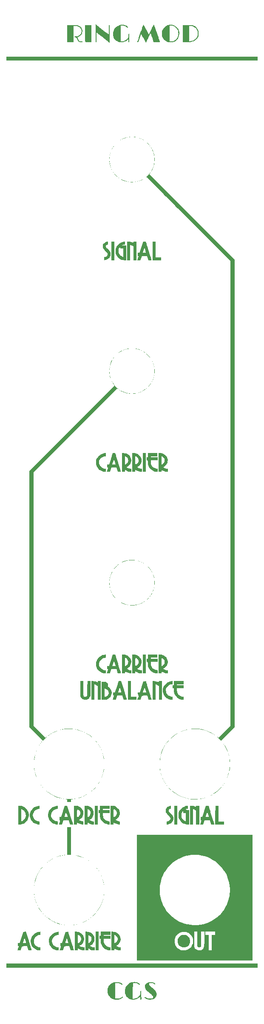
<source format=gto>
G04 #@! TF.GenerationSoftware,KiCad,Pcbnew,6.0.4-6f826c9f35~116~ubuntu20.04.1*
G04 #@! TF.CreationDate,2022-04-19T11:59:19-04:00*
G04 #@! TF.ProjectId,arrm_panel,6172726d-5f70-4616-9e65-6c2e6b696361,rev?*
G04 #@! TF.SameCoordinates,Original*
G04 #@! TF.FileFunction,Legend,Top*
G04 #@! TF.FilePolarity,Positive*
%FSLAX46Y46*%
G04 Gerber Fmt 4.6, Leading zero omitted, Abs format (unit mm)*
G04 Created by KiCad (PCBNEW 6.0.4-6f826c9f35~116~ubuntu20.04.1) date 2022-04-19 11:59:19*
%MOMM*%
%LPD*%
G01*
G04 APERTURE LIST*
G04 APERTURE END LIST*
G04 #@! TO.C,GRAF2*
G36*
X38416402Y-141186987D02*
G01*
X38952578Y-141186987D01*
X39521096Y-143011262D01*
X39612692Y-143305083D01*
X39700043Y-143585103D01*
X39781948Y-143847483D01*
X39857206Y-144088385D01*
X39924615Y-144303968D01*
X39982976Y-144490395D01*
X40031086Y-144643826D01*
X40067745Y-144760422D01*
X40091751Y-144836345D01*
X40101904Y-144867755D01*
X40102031Y-144868100D01*
X40096949Y-144881730D01*
X40065030Y-144890461D01*
X39999866Y-144894813D01*
X39895045Y-144895309D01*
X39789346Y-144893525D01*
X39464244Y-144886387D01*
X39336736Y-144473224D01*
X39209228Y-144060060D01*
X38159941Y-144060060D01*
X38032433Y-144473224D01*
X37904926Y-144886387D01*
X37582843Y-144893503D01*
X37461601Y-144895463D01*
X37361213Y-144895719D01*
X37291236Y-144894346D01*
X37261229Y-144891422D01*
X37260761Y-144890908D01*
X37268088Y-144864662D01*
X37288361Y-144798235D01*
X37319014Y-144699871D01*
X37357485Y-144577818D01*
X37387888Y-144482086D01*
X37430343Y-144348139D01*
X37466781Y-144231914D01*
X37494634Y-144141705D01*
X37511335Y-144085804D01*
X37515015Y-144071517D01*
X37492877Y-144063466D01*
X37439552Y-144060061D01*
X37438739Y-144060060D01*
X37362463Y-144060060D01*
X37362463Y-143426653D01*
X37543380Y-143419182D01*
X37724297Y-143411712D01*
X37730229Y-143392643D01*
X38361340Y-143392643D01*
X38368318Y-143406156D01*
X38404640Y-143415497D01*
X38476212Y-143421246D01*
X38588937Y-143423984D01*
X38684585Y-143424425D01*
X38826512Y-143423297D01*
X38923534Y-143419527D01*
X38981558Y-143412535D01*
X39006487Y-143401739D01*
X39007829Y-143392643D01*
X38996933Y-143359450D01*
X38973378Y-143285727D01*
X38939696Y-143179471D01*
X38898423Y-143048681D01*
X38852094Y-142901355D01*
X38846802Y-142884495D01*
X38800314Y-142738333D01*
X38758420Y-142610317D01*
X38723624Y-142507797D01*
X38698426Y-142438120D01*
X38685328Y-142408633D01*
X38684585Y-142408129D01*
X38673442Y-142431204D01*
X38649837Y-142495531D01*
X38616273Y-142593761D01*
X38575250Y-142718548D01*
X38529271Y-142862544D01*
X38522368Y-142884495D01*
X38475637Y-143033152D01*
X38433685Y-143166150D01*
X38399045Y-143275494D01*
X38374252Y-143353184D01*
X38361840Y-143391224D01*
X38361340Y-143392643D01*
X37730229Y-143392643D01*
X38070349Y-142299350D01*
X38416402Y-141186987D01*
G37*
G36*
X51574713Y-191585741D02*
G01*
X51804299Y-191632416D01*
X52021529Y-191720722D01*
X52220255Y-191848728D01*
X52394334Y-192014502D01*
X52537618Y-192216111D01*
X52552503Y-192242717D01*
X52631600Y-192433386D01*
X52679360Y-192648354D01*
X52693481Y-192870173D01*
X52671660Y-193081394D01*
X52666400Y-193105706D01*
X52591068Y-193323702D01*
X52472332Y-193527184D01*
X52317115Y-193708918D01*
X52132342Y-193861670D01*
X51924935Y-193978207D01*
X51780420Y-194031358D01*
X51651887Y-194056250D01*
X51495544Y-194067748D01*
X51332673Y-194065731D01*
X51184552Y-194050078D01*
X51115376Y-194035145D01*
X50965098Y-193979609D01*
X50807013Y-193897923D01*
X50662844Y-193802330D01*
X50583834Y-193735620D01*
X50423483Y-193548558D01*
X50304454Y-193339241D01*
X50227621Y-193114516D01*
X50193858Y-192881232D01*
X50204039Y-192646236D01*
X50259038Y-192416375D01*
X50359728Y-192198498D01*
X50382842Y-192160973D01*
X50479853Y-192035447D01*
X50605861Y-191908550D01*
X50743561Y-191796027D01*
X50873267Y-191714824D01*
X51103051Y-191625013D01*
X51338915Y-191582629D01*
X51574713Y-191585741D01*
G37*
G36*
X40896988Y-144288889D02*
G01*
X42015315Y-144288889D01*
X42015315Y-144899099D01*
X40286056Y-144899099D01*
X40292578Y-143036687D01*
X40299099Y-141174275D01*
X40883884Y-141174275D01*
X40896988Y-144288889D01*
G37*
G36*
X26531231Y-191580181D02*
G01*
X26434871Y-191580181D01*
X26236153Y-191602859D01*
X26030198Y-191666749D01*
X25828104Y-191765632D01*
X25640974Y-191893291D01*
X25479905Y-192043506D01*
X25380470Y-192170866D01*
X25280062Y-192345417D01*
X25218006Y-192513787D01*
X25189387Y-192693801D01*
X25187694Y-192869706D01*
X25194550Y-192993898D01*
X25206362Y-193086581D01*
X25227639Y-193167092D01*
X25262887Y-193254769D01*
X25292140Y-193317858D01*
X25422437Y-193534445D01*
X25591090Y-193719600D01*
X25794238Y-193870235D01*
X26028018Y-193983264D01*
X26186974Y-194033184D01*
X26287362Y-194054651D01*
X26384330Y-194068699D01*
X26434871Y-194071872D01*
X26531231Y-194071872D01*
X26531231Y-194682082D01*
X26346897Y-194680683D01*
X26222483Y-194672609D01*
X26082769Y-194652987D01*
X25973834Y-194629864D01*
X25683813Y-194528255D01*
X25417135Y-194383045D01*
X25178151Y-194197802D01*
X24971213Y-193976098D01*
X24800674Y-193721503D01*
X24751192Y-193626927D01*
X24666009Y-193428104D01*
X24610816Y-193235129D01*
X24581502Y-193029423D01*
X24573849Y-192825515D01*
X24592103Y-192547299D01*
X24649760Y-192290594D01*
X24749939Y-192046665D01*
X24895755Y-191806775D01*
X24975313Y-191700076D01*
X25160417Y-191502364D01*
X25382752Y-191327892D01*
X25631877Y-191182212D01*
X25897347Y-191070876D01*
X26168719Y-190999434D01*
X26334184Y-190977700D01*
X26531231Y-190962433D01*
X26531231Y-191580181D01*
G37*
G36*
X36637838Y-166548849D02*
G01*
X35983133Y-166555635D01*
X35328429Y-166562420D01*
X35328429Y-166764965D01*
X36675976Y-166764965D01*
X36675976Y-167375176D01*
X35328429Y-167375176D01*
X35328429Y-167649513D01*
X35339875Y-167894357D01*
X35376766Y-168103347D01*
X35442928Y-168286655D01*
X35542187Y-168454454D01*
X35678370Y-168616917D01*
X35701125Y-168640348D01*
X35894940Y-168800698D01*
X36122133Y-168922900D01*
X36382134Y-169006668D01*
X36459175Y-169022902D01*
X36675976Y-169063832D01*
X36675976Y-169663464D01*
X36529780Y-169661075D01*
X36421129Y-169654210D01*
X36296520Y-169639075D01*
X36218267Y-169625704D01*
X35932716Y-169543330D01*
X35665747Y-169415556D01*
X35421740Y-169245810D01*
X35205073Y-169037518D01*
X35020126Y-168794107D01*
X34910736Y-168602375D01*
X34846727Y-168463398D01*
X34799419Y-168330486D01*
X34766005Y-168190729D01*
X34743676Y-168031218D01*
X34729628Y-167839042D01*
X34725751Y-167751496D01*
X34711392Y-167377766D01*
X34606747Y-167370114D01*
X34502102Y-167362463D01*
X34487776Y-166764965D01*
X34716959Y-166764965D01*
X34730931Y-165938639D01*
X36637838Y-165938639D01*
X36637838Y-166548849D01*
G37*
G36*
X46717083Y-135906362D02*
G01*
X46979986Y-135930335D01*
X47205638Y-135977673D01*
X47403801Y-136052369D01*
X47584241Y-136158414D01*
X47756721Y-136299802D01*
X47813256Y-136354594D01*
X47986889Y-136562367D01*
X48115430Y-136788283D01*
X48198869Y-137026962D01*
X48237194Y-137273023D01*
X48230395Y-137521086D01*
X48178463Y-137765769D01*
X48081388Y-138001692D01*
X47939158Y-138223475D01*
X47817077Y-138363024D01*
X47721616Y-138452285D01*
X47617204Y-138537888D01*
X47522358Y-138604948D01*
X47497954Y-138619554D01*
X47348861Y-138703420D01*
X47408965Y-138751113D01*
X47566398Y-138850748D01*
X47759852Y-138932112D01*
X47976334Y-138990490D01*
X48137264Y-139015440D01*
X48296951Y-139032570D01*
X48282683Y-139623324D01*
X48171281Y-139631305D01*
X48014003Y-139626355D01*
X47830273Y-139594281D01*
X47633732Y-139539240D01*
X47438025Y-139465385D01*
X47256793Y-139376871D01*
X47175185Y-139327974D01*
X47098658Y-139279505D01*
X47040115Y-139244282D01*
X47011284Y-139229339D01*
X47010554Y-139229230D01*
X47005048Y-139252647D01*
X47000902Y-139314878D01*
X46998818Y-139403889D01*
X46998699Y-139432633D01*
X46998699Y-139636036D01*
X46388489Y-139636036D01*
X46388489Y-137587941D01*
X46998572Y-137587941D01*
X46998921Y-137771891D01*
X47000837Y-137914116D01*
X47005412Y-138019175D01*
X47013740Y-138091631D01*
X47026912Y-138136044D01*
X47046021Y-138156975D01*
X47072159Y-138158984D01*
X47106418Y-138146632D01*
X47149891Y-138124481D01*
X47178745Y-138109456D01*
X47330450Y-138004993D01*
X47458455Y-137863276D01*
X47555652Y-137695116D01*
X47614934Y-137511327D01*
X47627289Y-137427063D01*
X47620054Y-137236981D01*
X47566864Y-137046985D01*
X47482140Y-136885895D01*
X47408751Y-136797682D01*
X47310777Y-136709628D01*
X47204050Y-136633798D01*
X47104402Y-136582256D01*
X47068619Y-136570788D01*
X46998699Y-136554047D01*
X46998699Y-137357705D01*
X46998572Y-137587941D01*
X46388489Y-137587941D01*
X46388489Y-135890644D01*
X46717083Y-135906362D01*
G37*
G36*
X34864580Y-143036687D02*
G01*
X34871101Y-144899099D01*
X34260561Y-144899099D01*
X34260561Y-142157484D01*
X34136180Y-142066181D01*
X34019958Y-141991151D01*
X33883496Y-141918346D01*
X33749803Y-141859427D01*
X33682132Y-141836074D01*
X33624925Y-141819196D01*
X33624925Y-144899099D01*
X33014385Y-144899099D01*
X33020906Y-143036687D01*
X33027428Y-141174275D01*
X33294395Y-141180240D01*
X33586881Y-141203276D01*
X33857487Y-141261053D01*
X34087627Y-141341742D01*
X34257936Y-141411850D01*
X34265605Y-141293062D01*
X34273273Y-141174275D01*
X34858058Y-141174275D01*
X34864580Y-143036687D01*
G37*
G36*
X39439161Y-135915232D02*
G01*
X39697399Y-135930623D01*
X39920282Y-135972050D01*
X40118168Y-136043272D01*
X40301413Y-136148051D01*
X40480374Y-136290145D01*
X40486127Y-136295332D01*
X40670673Y-136494150D01*
X40811163Y-136713211D01*
X40907452Y-136947116D01*
X40959396Y-137190467D01*
X40966850Y-137437865D01*
X40929669Y-137683909D01*
X40847710Y-137923202D01*
X40720827Y-138150344D01*
X40548877Y-138359935D01*
X40541584Y-138367348D01*
X40446848Y-138455415D01*
X40343289Y-138539811D01*
X40249779Y-138605413D01*
X40229179Y-138617673D01*
X40155046Y-138660653D01*
X40102441Y-138693361D01*
X40082983Y-138708476D01*
X40102784Y-138725066D01*
X40154746Y-138760644D01*
X40227705Y-138807571D01*
X40229179Y-138808496D01*
X40449207Y-138917843D01*
X40698704Y-138989871D01*
X40852529Y-139013417D01*
X41023724Y-139031750D01*
X41023724Y-139636036D01*
X40895525Y-139636036D01*
X40683203Y-139618030D01*
X40453271Y-139567426D01*
X40222225Y-139489347D01*
X40006559Y-139388914D01*
X39903513Y-139327974D01*
X39826987Y-139279505D01*
X39768443Y-139244282D01*
X39739612Y-139229339D01*
X39738882Y-139229230D01*
X39733376Y-139252647D01*
X39729231Y-139314878D01*
X39727146Y-139403889D01*
X39727027Y-139432633D01*
X39727027Y-139636036D01*
X39116487Y-139636036D01*
X39123008Y-137773624D01*
X39123658Y-137587941D01*
X39726901Y-137587941D01*
X39727249Y-137771891D01*
X39729165Y-137914116D01*
X39733741Y-138019175D01*
X39742069Y-138091631D01*
X39755241Y-138136044D01*
X39774350Y-138156975D01*
X39800488Y-138158984D01*
X39834747Y-138146632D01*
X39878220Y-138124481D01*
X39907073Y-138109456D01*
X40061870Y-138003547D01*
X40188555Y-137863074D01*
X40283152Y-137697520D01*
X40341688Y-137516368D01*
X40360186Y-137329099D01*
X40334671Y-137145196D01*
X40324925Y-137112653D01*
X40254806Y-136958567D01*
X40153505Y-136816425D01*
X40031055Y-136696512D01*
X39897489Y-136609117D01*
X39796947Y-136571316D01*
X39727027Y-136554047D01*
X39727027Y-137357705D01*
X39726901Y-137587941D01*
X39123658Y-137587941D01*
X39129530Y-135911212D01*
X39439161Y-135915232D01*
G37*
G36*
X21623406Y-156845248D02*
G01*
X21714520Y-156268325D01*
X21853653Y-155697698D01*
X22040872Y-155136429D01*
X22191654Y-154770710D01*
X22346823Y-154451028D01*
X22531788Y-154118301D01*
X22736832Y-153788145D01*
X22952238Y-153476179D01*
X23168287Y-153198021D01*
X23175736Y-153189096D01*
X23355489Y-152974287D01*
X22019436Y-151638056D01*
X20683384Y-150301824D01*
X20683384Y-99425247D01*
X29161519Y-90947819D01*
X37639655Y-82470391D01*
X37504554Y-82290701D01*
X37238065Y-81894828D01*
X37016167Y-81475158D01*
X36838448Y-81030782D01*
X36704501Y-80560793D01*
X36685319Y-80474861D01*
X36645198Y-80237034D01*
X36617776Y-79966938D01*
X36603615Y-79681686D01*
X36603448Y-79541578D01*
X36624546Y-79541578D01*
X36643514Y-79988175D01*
X36706800Y-80430334D01*
X36814097Y-80864598D01*
X36965096Y-81287510D01*
X37159489Y-81695614D01*
X37396968Y-82085453D01*
X37677226Y-82453571D01*
X37976255Y-82773655D01*
X38339763Y-83094370D01*
X38722667Y-83368591D01*
X39126765Y-83597190D01*
X39553855Y-83781039D01*
X40005735Y-83921010D01*
X40484203Y-84017976D01*
X40566066Y-84029935D01*
X40677258Y-84039759D01*
X40826930Y-84045110D01*
X41002937Y-84046303D01*
X41193134Y-84043652D01*
X41385376Y-84037470D01*
X41567519Y-84028072D01*
X41727416Y-84015772D01*
X41852924Y-84000884D01*
X41882468Y-83995883D01*
X42358710Y-83881812D01*
X42812455Y-83722742D01*
X43241696Y-83520059D01*
X43644430Y-83275148D01*
X44018650Y-82989396D01*
X44362353Y-82664189D01*
X44673531Y-82300913D01*
X44950181Y-81900953D01*
X44977222Y-81856757D01*
X45189667Y-81456899D01*
X45358209Y-81035440D01*
X45482423Y-80597154D01*
X45561883Y-80146815D01*
X45596164Y-79689197D01*
X45584838Y-79229074D01*
X45527482Y-78771218D01*
X45423668Y-78320404D01*
X45320759Y-78005138D01*
X45235644Y-77798888D01*
X45126413Y-77571305D01*
X45002179Y-77339547D01*
X44872057Y-77120772D01*
X44766838Y-76962363D01*
X44648070Y-76808460D01*
X44498355Y-76636184D01*
X44328434Y-76456281D01*
X44149047Y-76279495D01*
X43970937Y-76116571D01*
X43804843Y-75978256D01*
X43718819Y-75913947D01*
X43557699Y-75808332D01*
X43366181Y-75696332D01*
X43157960Y-75584911D01*
X42946729Y-75481033D01*
X42746185Y-75391663D01*
X42570022Y-75323765D01*
X42535953Y-75312419D01*
X42064343Y-75186646D01*
X41591175Y-75111038D01*
X41119132Y-75085173D01*
X40650898Y-75108624D01*
X40189157Y-75180969D01*
X39736592Y-75301783D01*
X39295887Y-75470642D01*
X38869725Y-75687122D01*
X38460790Y-75950799D01*
X38450718Y-75958058D01*
X38305601Y-76072539D01*
X38141819Y-76217636D01*
X37970114Y-76382477D01*
X37801224Y-76556189D01*
X37645889Y-76727900D01*
X37514849Y-76886739D01*
X37458655Y-76962363D01*
X37205250Y-77363000D01*
X36998010Y-77779940D01*
X36836627Y-78209724D01*
X36720795Y-78648896D01*
X36650203Y-79094000D01*
X36624546Y-79541578D01*
X36603448Y-79541578D01*
X36603278Y-79398393D01*
X36617329Y-79134172D01*
X36635846Y-78970971D01*
X36729812Y-78493703D01*
X36868601Y-78037592D01*
X37050020Y-77604907D01*
X37271876Y-77197916D01*
X37531977Y-76818888D01*
X37828129Y-76470092D01*
X38158140Y-76153795D01*
X38519817Y-75872267D01*
X38910967Y-75627775D01*
X39329396Y-75422588D01*
X39772913Y-75258975D01*
X40239324Y-75139204D01*
X40362663Y-75115773D01*
X40540200Y-75092278D01*
X40753310Y-75076539D01*
X40987920Y-75068549D01*
X41229960Y-75068299D01*
X41465358Y-75075783D01*
X41680042Y-75090991D01*
X41859942Y-75113915D01*
X41875476Y-75116632D01*
X42344621Y-75226127D01*
X42792872Y-75380494D01*
X43217748Y-75577424D01*
X43616765Y-75814608D01*
X43987441Y-76089740D01*
X44327293Y-76400511D01*
X44633837Y-76744612D01*
X44904593Y-77119737D01*
X45137076Y-77523576D01*
X45328804Y-77953822D01*
X45477295Y-78408167D01*
X45496968Y-78483311D01*
X45581414Y-78915831D01*
X45621686Y-79363907D01*
X45618314Y-79818854D01*
X45571827Y-80271992D01*
X45482754Y-80714637D01*
X45351624Y-81138107D01*
X45331946Y-81190184D01*
X45137751Y-81624180D01*
X44901998Y-82030833D01*
X44627339Y-82407923D01*
X44316427Y-82753233D01*
X43971912Y-83064545D01*
X43596448Y-83339639D01*
X43192686Y-83576299D01*
X42763279Y-83772305D01*
X42310877Y-83925440D01*
X41960239Y-84010386D01*
X41854273Y-84030546D01*
X41756181Y-84045553D01*
X41655438Y-84056133D01*
X41541523Y-84063011D01*
X41403913Y-84066912D01*
X41232084Y-84068560D01*
X41112713Y-84068769D01*
X40916240Y-84068095D01*
X40760082Y-84065588D01*
X40633718Y-84060523D01*
X40526625Y-84052177D01*
X40428279Y-84039823D01*
X40328158Y-84022738D01*
X40265187Y-84010386D01*
X39815149Y-83896035D01*
X39379363Y-83739432D01*
X38965268Y-83543900D01*
X38580301Y-83312760D01*
X38379480Y-83168440D01*
X38214214Y-83041714D01*
X29855606Y-91398971D01*
X21496997Y-99756228D01*
X21496997Y-149997098D01*
X22703965Y-151203866D01*
X23910933Y-152410633D01*
X23973262Y-152360622D01*
X24148831Y-152220526D01*
X24294547Y-152106258D01*
X24419536Y-152010984D01*
X24532921Y-151927872D01*
X24643827Y-151850089D01*
X24756837Y-151773819D01*
X24918920Y-151672660D01*
X25115426Y-151560478D01*
X25333415Y-151443830D01*
X25559946Y-151329268D01*
X25782080Y-151223347D01*
X25986877Y-151132622D01*
X26152613Y-151066834D01*
X26729715Y-150882651D01*
X27313576Y-150748648D01*
X27902434Y-150664874D01*
X28494528Y-150631377D01*
X29088096Y-150648205D01*
X29681376Y-150715407D01*
X30272607Y-150833030D01*
X30675576Y-150942747D01*
X31190322Y-151123649D01*
X31697611Y-151351236D01*
X32190892Y-151621352D01*
X32663611Y-151929840D01*
X33109215Y-152272542D01*
X33521152Y-152645302D01*
X33773524Y-152908109D01*
X34163489Y-153374375D01*
X34506902Y-153860801D01*
X34804369Y-154368521D01*
X35056498Y-154898674D01*
X35263897Y-155452397D01*
X35415957Y-155984585D01*
X35467330Y-156201215D01*
X35508136Y-156394149D01*
X35539522Y-156574029D01*
X35562633Y-156751494D01*
X35578614Y-156937186D01*
X35588610Y-157141746D01*
X35593768Y-157375813D01*
X35595232Y-157649950D01*
X35593767Y-157924155D01*
X35588608Y-158158213D01*
X35578610Y-158362766D01*
X35562628Y-158548455D01*
X35539515Y-158725919D01*
X35508127Y-158905801D01*
X35467317Y-159098740D01*
X35415957Y-159315316D01*
X35256359Y-159873065D01*
X35058004Y-160401583D01*
X34817855Y-160907307D01*
X34532878Y-161396673D01*
X34223176Y-161845146D01*
X33853723Y-162300414D01*
X33449150Y-162721063D01*
X33012529Y-163105375D01*
X32546937Y-163451637D01*
X32055446Y-163758131D01*
X31541132Y-164023144D01*
X31007068Y-164244958D01*
X30456330Y-164421859D01*
X29891991Y-164552132D01*
X29317125Y-164634060D01*
X29207257Y-164643996D01*
X28997498Y-164661221D01*
X28997498Y-165163164D01*
X28211151Y-165163164D01*
X28203874Y-164915918D01*
X28196597Y-164668673D01*
X27819581Y-164625510D01*
X27315698Y-164552051D01*
X26840709Y-164448755D01*
X26381243Y-164311685D01*
X25923928Y-164136907D01*
X25501502Y-163943312D01*
X25118228Y-163743349D01*
X24770912Y-163536183D01*
X24447399Y-163313086D01*
X24135537Y-163065331D01*
X23823174Y-162784191D01*
X23643966Y-162609382D01*
X23306969Y-162253361D01*
X23010899Y-161898137D01*
X22747343Y-161532195D01*
X22507890Y-161144016D01*
X22324469Y-160802703D01*
X22081339Y-160267472D01*
X21885757Y-159717097D01*
X21737789Y-159154639D01*
X21637502Y-158583163D01*
X21584964Y-158005730D01*
X21582466Y-157698707D01*
X21612934Y-157698707D01*
X21617187Y-157963587D01*
X21627680Y-158212850D01*
X21644412Y-158433278D01*
X21658318Y-158552553D01*
X21765648Y-159147798D01*
X21919989Y-159725567D01*
X22120354Y-160283857D01*
X22365755Y-160820668D01*
X22655205Y-161333996D01*
X22987717Y-161821839D01*
X23362304Y-162282194D01*
X23645446Y-162583430D01*
X24084386Y-162988547D01*
X24551857Y-163351933D01*
X25046095Y-163672698D01*
X25565335Y-163949949D01*
X26107812Y-164182798D01*
X26671762Y-164370352D01*
X27255419Y-164511722D01*
X27579102Y-164568689D01*
X27705487Y-164585092D01*
X27860727Y-164600710D01*
X28032550Y-164614768D01*
X28208684Y-164626492D01*
X28376860Y-164635107D01*
X28524806Y-164639839D01*
X28640252Y-164639915D01*
X28679680Y-164638130D01*
X28745945Y-164634142D01*
X28848331Y-164628790D01*
X28972152Y-164622813D01*
X29086487Y-164617652D01*
X29568746Y-164574349D01*
X30064373Y-164487131D01*
X30565337Y-164358210D01*
X31063609Y-164189802D01*
X31551157Y-163984121D01*
X31768454Y-163878193D01*
X32287350Y-163585809D01*
X32776003Y-163253276D01*
X33232566Y-162882629D01*
X33655192Y-162475901D01*
X34042036Y-162035126D01*
X34391250Y-161562338D01*
X34700988Y-161059572D01*
X34969405Y-160528862D01*
X35110342Y-160196629D01*
X35297221Y-159654912D01*
X35437627Y-159097118D01*
X35531560Y-158527814D01*
X35579021Y-157951564D01*
X35580009Y-157372933D01*
X35534525Y-156796489D01*
X35442568Y-156226796D01*
X35304139Y-155668420D01*
X35119237Y-155125926D01*
X35110342Y-155103272D01*
X34869082Y-154559907D01*
X34585965Y-154043416D01*
X34263221Y-153555768D01*
X33903084Y-153098933D01*
X33507783Y-152674880D01*
X33079551Y-152285577D01*
X32620620Y-151932993D01*
X32133221Y-151619097D01*
X31619585Y-151345859D01*
X31081944Y-151115247D01*
X30522531Y-150929230D01*
X30316440Y-150873610D01*
X30103440Y-150821243D01*
X29914817Y-150779327D01*
X29740463Y-150746745D01*
X29570271Y-150722382D01*
X29394133Y-150705123D01*
X29201941Y-150693852D01*
X28983587Y-150687454D01*
X28728964Y-150684813D01*
X28603404Y-150684554D01*
X28352286Y-150685170D01*
X28142236Y-150687806D01*
X27963479Y-150693408D01*
X27806245Y-150702924D01*
X27660759Y-150717300D01*
X27517249Y-150737484D01*
X27365943Y-150764422D01*
X27197068Y-150799062D01*
X27020469Y-150837944D01*
X26470314Y-150987120D01*
X25931736Y-151184428D01*
X25408547Y-151427745D01*
X24904561Y-151714948D01*
X24423590Y-152043914D01*
X23969448Y-152412520D01*
X23645382Y-152717073D01*
X23243995Y-153154438D01*
X22883373Y-153621408D01*
X22564596Y-154115790D01*
X22288745Y-154635390D01*
X22056902Y-155178017D01*
X21870148Y-155741478D01*
X21729563Y-156323580D01*
X21658318Y-156747348D01*
X21637612Y-156942530D01*
X21623147Y-157174961D01*
X21614921Y-157431426D01*
X21612934Y-157698707D01*
X21582466Y-157698707D01*
X21580243Y-157425404D01*
X21623406Y-156845248D01*
G37*
G36*
X35913213Y-96489089D02*
G01*
X35804141Y-96489089D01*
X35601200Y-96512592D01*
X35394251Y-96579002D01*
X35192676Y-96682168D01*
X35005860Y-96815942D01*
X34843186Y-96974175D01*
X34714039Y-97150718D01*
X34670591Y-97231902D01*
X34591371Y-97453299D01*
X34559649Y-97677541D01*
X34572697Y-97899530D01*
X34627785Y-98114170D01*
X34722186Y-98316364D01*
X34853170Y-98501014D01*
X35018009Y-98663025D01*
X35213975Y-98797299D01*
X35438338Y-98898740D01*
X35586060Y-98941867D01*
X35685313Y-98962296D01*
X35777349Y-98976293D01*
X35830581Y-98980405D01*
X35913213Y-98980781D01*
X35913213Y-99590991D01*
X35754304Y-99588602D01*
X35640819Y-99581762D01*
X35510686Y-99566512D01*
X35418470Y-99551089D01*
X35249725Y-99503523D01*
X35062651Y-99427252D01*
X34874158Y-99330228D01*
X34701158Y-99220402D01*
X34675258Y-99201590D01*
X34482879Y-99031114D01*
X34309167Y-98823165D01*
X34162113Y-98589992D01*
X34049706Y-98343837D01*
X33992091Y-98154455D01*
X33966788Y-98000371D01*
X33954164Y-97820898D01*
X33954209Y-97634659D01*
X33966914Y-97460280D01*
X33992270Y-97316383D01*
X33992521Y-97315416D01*
X34080859Y-97064360D01*
X34210698Y-96817375D01*
X34373513Y-96587655D01*
X34560781Y-96388397D01*
X34629845Y-96328845D01*
X34803102Y-96207005D01*
X35003360Y-96097203D01*
X35217642Y-96004494D01*
X35432972Y-95933935D01*
X35636373Y-95890582D01*
X35784749Y-95878879D01*
X35913213Y-95878879D01*
X35913213Y-96489089D01*
G37*
G36*
X40571196Y-53834181D02*
G01*
X40772403Y-53863043D01*
X40980810Y-53914807D01*
X41209873Y-53992469D01*
X41335185Y-54041473D01*
X41362403Y-54045912D01*
X41375620Y-54023182D01*
X41379580Y-53962715D01*
X41379680Y-53942360D01*
X41379680Y-53825226D01*
X41989890Y-53825226D01*
X41989890Y-57564377D01*
X41691141Y-57557214D01*
X41392393Y-57550050D01*
X41385816Y-56185104D01*
X41379240Y-54820157D01*
X41284114Y-54740802D01*
X41216170Y-54692094D01*
X41124810Y-54636970D01*
X41023151Y-54582130D01*
X40924312Y-54534274D01*
X40841408Y-54500104D01*
X40787559Y-54486321D01*
X40785871Y-54486287D01*
X40777193Y-54489435D01*
X40769797Y-54501361D01*
X40763581Y-54525788D01*
X40758444Y-54566435D01*
X40754285Y-54627027D01*
X40751002Y-54711283D01*
X40748495Y-54822927D01*
X40746663Y-54965680D01*
X40745403Y-55143264D01*
X40744615Y-55359401D01*
X40744199Y-55617813D01*
X40744051Y-55922221D01*
X40744044Y-56024525D01*
X40744044Y-57562763D01*
X40455889Y-57562763D01*
X40339569Y-57561349D01*
X40242584Y-57557511D01*
X40175854Y-57551855D01*
X40150784Y-57545813D01*
X40148019Y-57518237D01*
X40145394Y-57443848D01*
X40142945Y-57326683D01*
X40140710Y-57170779D01*
X40138726Y-56980175D01*
X40137028Y-56758906D01*
X40135653Y-56511012D01*
X40134639Y-56240528D01*
X40134021Y-55951494D01*
X40133834Y-55677044D01*
X40133834Y-53825226D01*
X40363735Y-53825226D01*
X40571196Y-53834181D01*
G37*
G36*
X41500451Y-95879501D02*
G01*
X41631686Y-95882027D01*
X41756165Y-95888388D01*
X41858199Y-95897563D01*
X41913614Y-95906357D01*
X42136868Y-95982203D01*
X42350941Y-96101485D01*
X42548265Y-96256814D01*
X42721270Y-96440802D01*
X42862387Y-96646059D01*
X42964049Y-96865195D01*
X42993401Y-96960516D01*
X43020826Y-97119388D01*
X43030755Y-97302859D01*
X43023184Y-97487836D01*
X42998113Y-97651225D01*
X42993472Y-97670042D01*
X42909597Y-97898392D01*
X42782763Y-98117644D01*
X42620850Y-98317516D01*
X42431736Y-98487728D01*
X42297907Y-98577622D01*
X42140046Y-98670258D01*
X42287441Y-98762702D01*
X42484787Y-98862740D01*
X42707719Y-98935517D01*
X42924274Y-98973097D01*
X43083183Y-98988134D01*
X43083183Y-99590991D01*
X42948013Y-99590991D01*
X42720125Y-99571285D01*
X42478058Y-99515452D01*
X42237635Y-99428423D01*
X42014677Y-99315128D01*
X41966291Y-99285073D01*
X41888904Y-99236028D01*
X41829422Y-99200149D01*
X41799426Y-99184393D01*
X41798341Y-99184185D01*
X41792836Y-99207602D01*
X41788690Y-99269833D01*
X41786605Y-99358844D01*
X41786487Y-99387588D01*
X41786487Y-99590991D01*
X41201702Y-99590991D01*
X41201702Y-97543281D01*
X41786324Y-97543281D01*
X41786615Y-97727603D01*
X41788531Y-97870175D01*
X41793240Y-97975543D01*
X41801912Y-98048255D01*
X41815716Y-98092857D01*
X41835824Y-98113898D01*
X41863403Y-98115925D01*
X41899624Y-98103485D01*
X41945656Y-98081126D01*
X41979790Y-98064201D01*
X42090708Y-97991338D01*
X42202393Y-97885190D01*
X42300263Y-97760951D01*
X42348252Y-97680256D01*
X42392413Y-97555108D01*
X42416189Y-97402796D01*
X42418393Y-97243245D01*
X42397838Y-97096378D01*
X42385602Y-97053320D01*
X42316717Y-96906743D01*
X42215322Y-96769219D01*
X42092368Y-96651651D01*
X41958804Y-96564947D01*
X41856407Y-96526271D01*
X41786487Y-96509002D01*
X41786487Y-97312659D01*
X41786324Y-97543281D01*
X41201702Y-97543281D01*
X41201702Y-95878879D01*
X41500451Y-95879501D01*
G37*
G36*
X37306270Y-190969970D02*
G01*
X37484696Y-190974641D01*
X37638423Y-190987912D01*
X37754618Y-191008672D01*
X37755227Y-191008830D01*
X37998914Y-191097769D01*
X38223876Y-191229728D01*
X38424135Y-191398596D01*
X38593717Y-191598265D01*
X38726645Y-191822625D01*
X38816944Y-192065565D01*
X38826691Y-192104282D01*
X38859809Y-192352122D01*
X38845465Y-192601269D01*
X38786482Y-192845462D01*
X38685682Y-193078440D01*
X38545888Y-193293942D01*
X38369922Y-193485705D01*
X38160607Y-193647469D01*
X38119542Y-193672957D01*
X38043193Y-193720258D01*
X38004601Y-193750899D01*
X37997137Y-193773033D01*
X38014171Y-193794813D01*
X38017840Y-193798045D01*
X38154881Y-193891574D01*
X38328395Y-193970838D01*
X38524827Y-194030698D01*
X38722723Y-194065179D01*
X38900701Y-194084585D01*
X38907864Y-194383334D01*
X38915027Y-194682082D01*
X38766337Y-194682082D01*
X38489505Y-194657527D01*
X38212205Y-194583528D01*
X37932818Y-194459590D01*
X37807408Y-194388259D01*
X37629430Y-194280280D01*
X37614660Y-194682082D01*
X37006507Y-194682082D01*
X37006507Y-193236260D01*
X37616717Y-193236260D01*
X37673924Y-193219637D01*
X37729106Y-193196882D01*
X37804654Y-193157855D01*
X37844246Y-193135007D01*
X37998181Y-193014224D01*
X38117551Y-192862401D01*
X38199651Y-192688126D01*
X38241778Y-192499992D01*
X38241225Y-192306589D01*
X38195290Y-192116508D01*
X38178135Y-192074420D01*
X38093848Y-191933435D01*
X37975762Y-191803312D01*
X37837680Y-191696512D01*
X37693408Y-191625497D01*
X37673924Y-191619246D01*
X37616717Y-191602179D01*
X37616717Y-193236260D01*
X37006507Y-193236260D01*
X37006507Y-190969970D01*
X37306270Y-190969970D01*
G37*
G36*
X33027428Y-14225126D02*
G01*
X32428260Y-14231931D01*
X32258586Y-14233141D01*
X32106082Y-14232862D01*
X31978032Y-14231217D01*
X31881721Y-14228333D01*
X31824433Y-14224334D01*
X31811694Y-14221337D01*
X31808733Y-14193589D01*
X31805931Y-14119212D01*
X31803331Y-14002425D01*
X31800974Y-13847450D01*
X31798905Y-13658508D01*
X31797166Y-13439819D01*
X31795800Y-13195604D01*
X31794849Y-12930084D01*
X31794356Y-12647480D01*
X31794294Y-12504672D01*
X31794294Y-10805406D01*
X33040498Y-10805406D01*
X33027428Y-14225126D01*
G37*
G36*
X47074975Y-144899099D02*
G01*
X46464765Y-144899099D01*
X46464765Y-142153473D01*
X46356707Y-142073823D01*
X46266092Y-142015160D01*
X46150546Y-141951367D01*
X46029596Y-141892325D01*
X45922768Y-141847910D01*
X45886336Y-141835857D01*
X45829129Y-141819196D01*
X45829129Y-144899099D01*
X45218589Y-144899099D01*
X45225110Y-143036687D01*
X45231632Y-141174275D01*
X45511311Y-141181088D01*
X45839173Y-141210361D01*
X46140531Y-141281285D01*
X46322815Y-141350241D01*
X46462140Y-141411857D01*
X46477478Y-141174275D01*
X46776226Y-141167111D01*
X47074975Y-141159948D01*
X47074975Y-144899099D01*
G37*
G36*
X46628549Y-157388482D02*
G01*
X46634985Y-157153735D01*
X46645537Y-156940178D01*
X46660205Y-156758079D01*
X46676363Y-156632933D01*
X46791917Y-156053136D01*
X46941770Y-155507332D01*
X47128234Y-154989989D01*
X47353615Y-154495573D01*
X47620224Y-154018553D01*
X47930370Y-153553394D01*
X48002696Y-153454755D01*
X48310258Y-153068550D01*
X48634308Y-152716029D01*
X48985673Y-152386393D01*
X49375183Y-152068846D01*
X49447293Y-152014299D01*
X49932592Y-151682199D01*
X50439934Y-151394826D01*
X50966420Y-151152596D01*
X51509151Y-150955923D01*
X52065227Y-150805222D01*
X52631749Y-150700908D01*
X53205818Y-150643394D01*
X53784533Y-150633097D01*
X54364997Y-150670429D01*
X54944309Y-150755807D01*
X55519570Y-150889643D01*
X56072812Y-151066834D01*
X56238874Y-151132957D01*
X56435242Y-151219972D01*
X56649285Y-151321529D01*
X56868373Y-151431277D01*
X57079873Y-151542865D01*
X57271154Y-151649943D01*
X57429586Y-151746161D01*
X57448549Y-151758484D01*
X57597378Y-151859301D01*
X57754278Y-151972126D01*
X57927536Y-152103164D01*
X58125440Y-152258623D01*
X58252550Y-152360622D01*
X58314492Y-152410633D01*
X59521460Y-151203866D01*
X60728429Y-149997098D01*
X60728429Y-57702632D01*
X52382547Y-49356722D01*
X51836513Y-48810734D01*
X51299494Y-48273858D01*
X50772611Y-47747209D01*
X50256985Y-47231906D01*
X49753736Y-46729067D01*
X49263986Y-46239809D01*
X48788854Y-45765250D01*
X48329461Y-45306508D01*
X47886929Y-44864700D01*
X47462377Y-44440943D01*
X47056928Y-44036356D01*
X46671700Y-43652056D01*
X46307816Y-43289161D01*
X45966396Y-42948789D01*
X45648560Y-42632056D01*
X45355429Y-42340082D01*
X45088124Y-42073983D01*
X44847766Y-41834877D01*
X44635475Y-41623882D01*
X44452373Y-41442115D01*
X44299579Y-41290695D01*
X44178215Y-41170738D01*
X44089400Y-41083363D01*
X44034257Y-41029687D01*
X44013906Y-41010827D01*
X44013844Y-41010811D01*
X43982723Y-41025769D01*
X43927626Y-41064119D01*
X43886703Y-41096258D01*
X43683971Y-41246232D01*
X43444684Y-41396641D01*
X43182555Y-41540232D01*
X42911296Y-41669754D01*
X42644619Y-41777954D01*
X42511111Y-41823767D01*
X42038324Y-41948844D01*
X41565332Y-42023256D01*
X41093714Y-42047124D01*
X40625049Y-42020572D01*
X40160915Y-41943723D01*
X39702891Y-41816699D01*
X39252555Y-41639624D01*
X39078679Y-41556688D01*
X38774315Y-41390651D01*
X38496827Y-41208887D01*
X38231051Y-41000563D01*
X37976871Y-40769410D01*
X37644042Y-40414663D01*
X37356454Y-40036970D01*
X37114572Y-39637484D01*
X36918859Y-39217356D01*
X36769779Y-38777739D01*
X36667794Y-38319786D01*
X36613370Y-37844649D01*
X36610403Y-37633288D01*
X36628208Y-37633288D01*
X36663739Y-38109394D01*
X36726967Y-38487554D01*
X36844748Y-38929655D01*
X37008650Y-39354974D01*
X37215787Y-39760291D01*
X37463271Y-40142386D01*
X37748216Y-40498039D01*
X38067732Y-40824028D01*
X38418934Y-41117135D01*
X38798934Y-41374137D01*
X39204845Y-41591815D01*
X39633778Y-41766949D01*
X39681909Y-41783366D01*
X40142716Y-41912348D01*
X40603661Y-41990732D01*
X41066588Y-42018740D01*
X41480138Y-42001625D01*
X41957360Y-41934738D01*
X42417629Y-41821129D01*
X42858276Y-41662650D01*
X43276633Y-41461154D01*
X43670032Y-41218494D01*
X44035805Y-40936522D01*
X44371283Y-40617090D01*
X44673799Y-40262051D01*
X44940683Y-39873256D01*
X45169268Y-39452560D01*
X45177889Y-39434435D01*
X45355714Y-39000482D01*
X45484539Y-38553786D01*
X45564511Y-38093606D01*
X45595780Y-37619202D01*
X45592710Y-37363156D01*
X45561206Y-36947371D01*
X45497472Y-36559809D01*
X45398158Y-36186837D01*
X45259911Y-35814824D01*
X45155003Y-35582483D01*
X44927630Y-35165742D01*
X44661089Y-34780245D01*
X44357634Y-34427744D01*
X44019520Y-34109989D01*
X43649003Y-33828732D01*
X43248337Y-33585725D01*
X42819779Y-33382718D01*
X42365584Y-33221463D01*
X41989890Y-33124693D01*
X41897655Y-33105832D01*
X41811792Y-33091520D01*
X41723056Y-33081149D01*
X41622204Y-33074108D01*
X41499991Y-33069788D01*
X41347174Y-33067580D01*
X41154510Y-33066873D01*
X41112713Y-33066859D01*
X40911284Y-33067353D01*
X40751451Y-33069243D01*
X40623963Y-33073135D01*
X40519571Y-33079637D01*
X40429025Y-33089358D01*
X40343077Y-33102906D01*
X40252475Y-33120889D01*
X40235536Y-33124519D01*
X39760692Y-33251781D01*
X39309839Y-33422676D01*
X38884986Y-33635880D01*
X38488141Y-33890070D01*
X38121315Y-34183923D01*
X37786517Y-34516114D01*
X37485756Y-34885320D01*
X37417989Y-34980549D01*
X37170130Y-35382302D01*
X36967916Y-35804496D01*
X36811983Y-36243910D01*
X36702964Y-36697327D01*
X36641494Y-37161525D01*
X36628208Y-37633288D01*
X36610403Y-37633288D01*
X36606618Y-37363636D01*
X36643724Y-36901318D01*
X36724224Y-36461256D01*
X36849931Y-36036431D01*
X37022660Y-35619826D01*
X37095224Y-35473369D01*
X37335217Y-35061793D01*
X37611098Y-34683919D01*
X37919681Y-34341048D01*
X38257785Y-34034479D01*
X38622225Y-33765515D01*
X39009819Y-33535455D01*
X39417383Y-33345602D01*
X39841734Y-33197255D01*
X40279688Y-33091715D01*
X40728062Y-33030284D01*
X41183674Y-33014261D01*
X41643338Y-33044949D01*
X42103873Y-33123647D01*
X42545602Y-33246154D01*
X42980403Y-33416619D01*
X43391711Y-33630459D01*
X43776900Y-33884679D01*
X44133347Y-34176282D01*
X44458427Y-34502271D01*
X44749517Y-34859652D01*
X45003990Y-35245428D01*
X45219225Y-35656604D01*
X45392595Y-36090182D01*
X45521477Y-36543168D01*
X45549769Y-36675776D01*
X45597608Y-37000098D01*
X45620684Y-37352915D01*
X45619134Y-37718387D01*
X45593098Y-38080671D01*
X45542711Y-38423925D01*
X45534222Y-38467103D01*
X45450727Y-38793218D01*
X45332296Y-39132673D01*
X45185126Y-39472250D01*
X45015412Y-39798729D01*
X44829352Y-40098894D01*
X44665374Y-40320519D01*
X44575700Y-40431127D01*
X53058871Y-48914327D01*
X61542042Y-57397526D01*
X61542042Y-150301824D01*
X60205017Y-151639028D01*
X58867992Y-152976231D01*
X58976410Y-153101079D01*
X59087167Y-153235294D01*
X59213226Y-153398937D01*
X59344097Y-153577612D01*
X59469289Y-153756921D01*
X59578313Y-153922469D01*
X59598953Y-153955397D01*
X59880999Y-154454320D01*
X60119003Y-154971204D01*
X60314273Y-155509717D01*
X60468120Y-156073525D01*
X60581855Y-156666294D01*
X60592151Y-156734635D01*
X60612451Y-156915741D01*
X60627030Y-157134894D01*
X60635888Y-157379612D01*
X60639024Y-157637412D01*
X60636439Y-157895814D01*
X60628133Y-158142336D01*
X60614105Y-158364496D01*
X60594356Y-158549813D01*
X60592151Y-158565266D01*
X60480896Y-159170686D01*
X60328606Y-159746695D01*
X60134375Y-160295112D01*
X59897301Y-160817752D01*
X59616479Y-161316434D01*
X59291007Y-161792975D01*
X58919980Y-162249191D01*
X58581459Y-162609050D01*
X58271689Y-162905446D01*
X57971228Y-163164092D01*
X57668245Y-163393487D01*
X57350911Y-163602132D01*
X57007397Y-163798524D01*
X56723924Y-163943647D01*
X56376034Y-164106010D01*
X56048431Y-164240027D01*
X55723933Y-164351728D01*
X55385356Y-164447142D01*
X55094895Y-164515347D01*
X54752389Y-164578095D01*
X54380571Y-164625349D01*
X53996621Y-164655901D01*
X53617719Y-164668545D01*
X53261043Y-164662073D01*
X53126226Y-164653691D01*
X52527916Y-164582811D01*
X51945004Y-164464247D01*
X51379653Y-164299414D01*
X50834026Y-164089725D01*
X50310285Y-163836594D01*
X49810594Y-163541437D01*
X49337116Y-163205668D01*
X48892014Y-162830701D01*
X48477451Y-162417949D01*
X48095590Y-161968829D01*
X47748594Y-161484753D01*
X47438625Y-160967136D01*
X47411636Y-160917118D01*
X47176851Y-160426649D01*
X46978145Y-159901387D01*
X46816020Y-159342873D01*
X46690981Y-158752651D01*
X46676363Y-158666967D01*
X46658105Y-158520701D01*
X46643962Y-158334019D01*
X46633935Y-158117188D01*
X46628024Y-157880476D01*
X46626343Y-157649950D01*
X46642805Y-157649950D01*
X46666976Y-158253680D01*
X46739538Y-158841909D01*
X46860558Y-159414842D01*
X47030105Y-159972686D01*
X47248249Y-160515647D01*
X47515058Y-161043930D01*
X47830601Y-161557742D01*
X48057807Y-161878615D01*
X48182140Y-162034555D01*
X48337370Y-162212463D01*
X48514283Y-162403052D01*
X48703667Y-162597034D01*
X48896307Y-162785122D01*
X49082990Y-162958028D01*
X49254502Y-163106465D01*
X49356470Y-163187702D01*
X49853885Y-163535145D01*
X50370844Y-163835879D01*
X50905804Y-164089469D01*
X51457222Y-164295478D01*
X52023557Y-164453471D01*
X52603265Y-164563011D01*
X53194803Y-164623663D01*
X53796629Y-164634992D01*
X54359359Y-164601351D01*
X54931102Y-164520874D01*
X55488919Y-164392935D01*
X56030484Y-164219581D01*
X56553469Y-164002859D01*
X57055548Y-163744818D01*
X57534394Y-163447505D01*
X57987680Y-163112967D01*
X58413079Y-162743252D01*
X58808265Y-162340409D01*
X59170910Y-161906484D01*
X59498687Y-161443526D01*
X59789271Y-160953582D01*
X60040333Y-160438699D01*
X60249547Y-159900925D01*
X60414586Y-159342309D01*
X60436124Y-159253732D01*
X60498128Y-158969484D01*
X60544770Y-158701605D01*
X60577617Y-158435616D01*
X60598237Y-158157039D01*
X60608197Y-157851396D01*
X60609708Y-157649950D01*
X60605341Y-157320536D01*
X60591201Y-157026876D01*
X60565727Y-156754540D01*
X60527359Y-156489099D01*
X60474538Y-156216122D01*
X60436545Y-156048149D01*
X60276764Y-155480939D01*
X60071053Y-154932811D01*
X59821485Y-154406269D01*
X59530129Y-153903818D01*
X59199056Y-153427962D01*
X58830338Y-152981205D01*
X58426044Y-152566052D01*
X57988247Y-152185008D01*
X57519015Y-151840576D01*
X57020422Y-151535262D01*
X56494536Y-151271570D01*
X56482635Y-151266238D01*
X55967727Y-151061379D01*
X55422926Y-150893978D01*
X54845466Y-150763226D01*
X54646324Y-150727825D01*
X54552650Y-150714172D01*
X54450297Y-150703530D01*
X54331925Y-150695587D01*
X54190190Y-150690035D01*
X54017754Y-150686561D01*
X53807273Y-150684858D01*
X53622022Y-150684554D01*
X53394606Y-150684993D01*
X53209836Y-150686453D01*
X53059509Y-150689364D01*
X52935425Y-150694157D01*
X52829382Y-150701261D01*
X52733178Y-150711107D01*
X52638611Y-150724124D01*
X52537480Y-150740743D01*
X52531908Y-150741711D01*
X51933045Y-150868850D01*
X51362356Y-151037516D01*
X50817015Y-151248930D01*
X50294192Y-151504312D01*
X49791058Y-151804883D01*
X49356470Y-152112198D01*
X49200300Y-152239013D01*
X49022778Y-152396527D01*
X48833117Y-152575455D01*
X48640532Y-152766508D01*
X48454235Y-152960399D01*
X48283440Y-153147840D01*
X48137361Y-153319544D01*
X48057807Y-153421286D01*
X47711084Y-153925957D01*
X47413139Y-154444969D01*
X47163903Y-154978526D01*
X46963308Y-155526835D01*
X46811284Y-156090101D01*
X46707762Y-156668532D01*
X46652675Y-157262331D01*
X46642805Y-157649950D01*
X46626343Y-157649950D01*
X46626228Y-157634152D01*
X46628549Y-157388482D01*
G37*
G36*
X66144044Y-198089089D02*
G01*
X16081382Y-198089089D01*
X16081382Y-197300901D01*
X66144044Y-197300901D01*
X66144044Y-198089089D01*
G37*
G36*
X19986201Y-190968359D02*
G01*
X20554567Y-192793439D01*
X20646117Y-193087333D01*
X20733416Y-193367426D01*
X20815266Y-193629880D01*
X20890467Y-193870855D01*
X20957819Y-194086514D01*
X21016123Y-194273018D01*
X21064181Y-194426530D01*
X21100792Y-194543210D01*
X21124758Y-194619220D01*
X21134878Y-194650722D01*
X21135008Y-194651083D01*
X21129746Y-194664741D01*
X21097596Y-194673476D01*
X21032136Y-194677812D01*
X20926944Y-194678274D01*
X20823342Y-194676508D01*
X20499601Y-194669370D01*
X20370758Y-194255705D01*
X20241914Y-193842040D01*
X19719876Y-193848898D01*
X19197839Y-193855756D01*
X19068500Y-194262563D01*
X18939162Y-194669370D01*
X18613257Y-194676508D01*
X18478486Y-194678759D01*
X18387166Y-194678059D01*
X18331945Y-194673675D01*
X18305471Y-194664876D01*
X18300392Y-194650927D01*
X18301996Y-194645487D01*
X18318679Y-194597790D01*
X18345455Y-194516586D01*
X18379133Y-194412033D01*
X18416527Y-194294291D01*
X18454447Y-194173517D01*
X18489704Y-194059873D01*
X18519111Y-193963515D01*
X18539478Y-193894603D01*
X18547618Y-193863296D01*
X18547648Y-193862823D01*
X18525532Y-193848929D01*
X18472253Y-193843045D01*
X18471371Y-193843043D01*
X18395095Y-193843043D01*
X18395095Y-193209636D01*
X18578535Y-193202165D01*
X18761975Y-193194695D01*
X18763956Y-193188339D01*
X19394903Y-193188339D01*
X19414453Y-193195372D01*
X19475878Y-193201236D01*
X19570203Y-193205400D01*
X19688457Y-193207334D01*
X19717836Y-193207408D01*
X19859617Y-193206277D01*
X19956498Y-193202498D01*
X20014386Y-193195487D01*
X20039188Y-193184664D01*
X20040485Y-193175626D01*
X20029596Y-193142426D01*
X20006049Y-193068703D01*
X19972381Y-192962460D01*
X19931128Y-192831701D01*
X19884826Y-192684432D01*
X19879711Y-192668135D01*
X19833256Y-192523446D01*
X19791052Y-192398307D01*
X19755630Y-192299717D01*
X19729520Y-192234672D01*
X19715252Y-192210171D01*
X19714240Y-192210478D01*
X19701995Y-192239351D01*
X19677488Y-192309074D01*
X19643306Y-192411860D01*
X19602031Y-192539924D01*
X19556250Y-192685478D01*
X19552081Y-192698899D01*
X19506278Y-192845658D01*
X19465192Y-192975707D01*
X19431328Y-193081247D01*
X19407191Y-193154477D01*
X19395285Y-193187599D01*
X19394903Y-193188339D01*
X18763956Y-193188339D01*
X19451527Y-190982683D01*
X19986201Y-190968359D01*
G37*
G36*
X43323592Y-53850651D02*
G01*
X43595768Y-53850651D01*
X43718133Y-53851612D01*
X43798804Y-53855445D01*
X43846919Y-53863573D01*
X43871613Y-53877423D01*
X43881131Y-53895146D01*
X43890689Y-53926131D01*
X43914185Y-54001752D01*
X43950404Y-54118108D01*
X43998128Y-54271295D01*
X44056141Y-54457409D01*
X44123225Y-54672548D01*
X44198164Y-54912809D01*
X44279741Y-55174289D01*
X44366740Y-55453085D01*
X44454916Y-55735597D01*
X44545661Y-56026516D01*
X44631850Y-56303232D01*
X44712302Y-56561923D01*
X44785835Y-56798770D01*
X44851266Y-57009953D01*
X44907412Y-57191651D01*
X44953093Y-57340044D01*
X44987124Y-57451312D01*
X45008326Y-57521634D01*
X45015516Y-57547159D01*
X44991703Y-57553094D01*
X44926711Y-57557990D01*
X44830207Y-57561369D01*
X44711859Y-57562753D01*
X44700389Y-57562763D01*
X44385263Y-57562763D01*
X44282960Y-57238589D01*
X44241635Y-57107026D01*
X44202982Y-56982861D01*
X44171116Y-56879391D01*
X44150157Y-56809916D01*
X44148966Y-56805854D01*
X44117275Y-56697292D01*
X43594809Y-56704152D01*
X43072343Y-56711011D01*
X42941849Y-57130531D01*
X42811355Y-57550050D01*
X42489612Y-57557166D01*
X42368443Y-57558847D01*
X42268130Y-57558333D01*
X42198236Y-57555817D01*
X42168322Y-57551486D01*
X42167868Y-57550777D01*
X42175293Y-57523227D01*
X42195823Y-57455707D01*
X42226841Y-57356607D01*
X42265729Y-57234316D01*
X42294995Y-57143244D01*
X42337828Y-57008986D01*
X42374505Y-56891173D01*
X42402383Y-56798520D01*
X42418822Y-56739742D01*
X42422122Y-56723757D01*
X42400011Y-56705952D01*
X42346659Y-56698304D01*
X42345063Y-56698299D01*
X42268005Y-56698299D01*
X42275143Y-56386837D01*
X42282282Y-56075376D01*
X42460260Y-56067651D01*
X42575195Y-56062663D01*
X43267987Y-56062663D01*
X43919790Y-56062663D01*
X43886623Y-55954605D01*
X43822792Y-55748544D01*
X43763413Y-55560515D01*
X43710199Y-55395684D01*
X43664867Y-55259217D01*
X43629130Y-55156280D01*
X43604702Y-55092040D01*
X43593601Y-55071553D01*
X43581942Y-55094805D01*
X43557816Y-55159446D01*
X43523699Y-55258259D01*
X43482066Y-55384029D01*
X43435395Y-55529538D01*
X43423483Y-55567349D01*
X43267987Y-56062663D01*
X42575195Y-56062663D01*
X42638238Y-56059927D01*
X43323592Y-53850651D01*
G37*
G36*
X45117327Y-200976845D02*
G01*
X45254942Y-201000820D01*
X45256480Y-201001219D01*
X45423337Y-201053114D01*
X45562887Y-201113273D01*
X45670904Y-201178359D01*
X45743165Y-201245037D01*
X45775447Y-201309969D01*
X45763525Y-201369819D01*
X45747768Y-201389310D01*
X45710577Y-201414113D01*
X45665539Y-201413132D01*
X45602037Y-201383695D01*
X45523638Y-201332950D01*
X45381209Y-201248136D01*
X45237208Y-201192771D01*
X45076188Y-201162538D01*
X44882701Y-201153123D01*
X44879882Y-201153119D01*
X44764636Y-201153679D01*
X44688457Y-201157445D01*
X44639565Y-201167106D01*
X44606181Y-201185350D01*
X44576523Y-201214865D01*
X44568421Y-201224191D01*
X44516362Y-201316249D01*
X44514310Y-201415005D01*
X44543241Y-201491003D01*
X44588263Y-201553730D01*
X44669216Y-201642336D01*
X44781332Y-201752214D01*
X44919842Y-201878760D01*
X45079976Y-202017367D01*
X45142643Y-202069865D01*
X45357052Y-202256148D01*
X45547690Y-202438251D01*
X45710412Y-202611540D01*
X45841074Y-202771383D01*
X45935530Y-202913147D01*
X45980947Y-203006977D01*
X46028680Y-203193600D01*
X46041341Y-203397353D01*
X46019755Y-203601243D01*
X45964748Y-203788276D01*
X45940418Y-203841404D01*
X45826181Y-204012187D01*
X45671813Y-204159112D01*
X45483319Y-204279698D01*
X45266707Y-204371468D01*
X45027983Y-204431941D01*
X44773152Y-204458640D01*
X44508221Y-204449085D01*
X44476756Y-204445474D01*
X44296074Y-204414661D01*
X44126256Y-204369737D01*
X43972426Y-204313813D01*
X43839714Y-204250004D01*
X43733247Y-204181423D01*
X43658152Y-204111184D01*
X43619557Y-204042399D01*
X43622589Y-203978182D01*
X43647628Y-203942022D01*
X43684321Y-203917933D01*
X43729942Y-203917855D01*
X43793342Y-203944541D01*
X43883372Y-204000740D01*
X43921914Y-204027265D01*
X44094373Y-204127236D01*
X44287617Y-204205024D01*
X44296408Y-204207800D01*
X44401477Y-204238274D01*
X44490315Y-204256687D01*
X44581453Y-204265167D01*
X44693424Y-204265844D01*
X44779799Y-204263337D01*
X44910050Y-204257081D01*
X45002955Y-204247588D01*
X45072013Y-204232314D01*
X45130724Y-204208713D01*
X45164204Y-204190859D01*
X45270847Y-204108681D01*
X45330701Y-204008516D01*
X45346046Y-203909419D01*
X45341168Y-203856328D01*
X45324203Y-203802471D01*
X45291651Y-203744234D01*
X45240016Y-203678003D01*
X45165798Y-203600165D01*
X45065501Y-203507106D01*
X44935625Y-203395212D01*
X44772673Y-203260869D01*
X44573147Y-203100464D01*
X44528833Y-203065166D01*
X44313375Y-202888027D01*
X44138239Y-202730172D01*
X43999259Y-202586258D01*
X43892268Y-202450940D01*
X43813101Y-202318875D01*
X43757589Y-202184718D01*
X43721568Y-202043125D01*
X43718406Y-202025662D01*
X43705001Y-201815670D01*
X43738676Y-201620935D01*
X43817127Y-201444601D01*
X43938048Y-201289811D01*
X44099134Y-201159707D01*
X44298078Y-201057433D01*
X44470014Y-201001071D01*
X44606974Y-200976988D01*
X44773644Y-200964925D01*
X44950328Y-200964879D01*
X45117327Y-200976845D01*
G37*
G36*
X31943034Y-165943434D02*
G01*
X32132658Y-165950262D01*
X32286089Y-165965653D01*
X32417678Y-165992558D01*
X32541771Y-166033931D01*
X32672718Y-166092723D01*
X32675658Y-166094172D01*
X32905051Y-166234422D01*
X33102023Y-166410267D01*
X33262923Y-166616265D01*
X33384100Y-166846976D01*
X33461905Y-167096957D01*
X33490570Y-167308868D01*
X33494205Y-167473418D01*
X33482240Y-167609138D01*
X33463631Y-167698515D01*
X33378123Y-167939660D01*
X33252169Y-168167018D01*
X33092815Y-168371052D01*
X32907106Y-168542227D01*
X32773477Y-168632597D01*
X32603583Y-168731955D01*
X32662953Y-168779980D01*
X32775190Y-168852398D01*
X32922000Y-168921115D01*
X33087137Y-168980612D01*
X33254357Y-169025371D01*
X33407413Y-169049872D01*
X33466016Y-169052812D01*
X33548649Y-169053254D01*
X33548649Y-169663464D01*
X33427878Y-169663272D01*
X33186265Y-169642405D01*
X32933131Y-169583847D01*
X32684643Y-169492558D01*
X32456967Y-169373499D01*
X32431756Y-169357546D01*
X32354369Y-169308501D01*
X32294887Y-169272622D01*
X32264892Y-169256865D01*
X32263807Y-169256657D01*
X32258301Y-169280075D01*
X32254155Y-169342306D01*
X32252071Y-169431317D01*
X32251952Y-169460060D01*
X32251952Y-169663464D01*
X31641412Y-169663464D01*
X31646484Y-168214897D01*
X32251952Y-168214897D01*
X32347297Y-168175298D01*
X32432394Y-168134292D01*
X32522134Y-168083015D01*
X32539447Y-168071929D01*
X32612625Y-168011838D01*
X32687554Y-167932355D01*
X32717425Y-167893870D01*
X32820230Y-167709228D01*
X32875758Y-167515530D01*
X32883942Y-167319127D01*
X32844716Y-167126371D01*
X32758014Y-166943614D01*
X32727817Y-166898702D01*
X32653246Y-166814363D01*
X32555484Y-166729999D01*
X32450514Y-166657441D01*
X32354316Y-166608518D01*
X32321872Y-166598216D01*
X32251952Y-166581475D01*
X32251952Y-168214897D01*
X31646484Y-168214897D01*
X31647933Y-167801051D01*
X31652204Y-166581475D01*
X31654455Y-165938639D01*
X31943034Y-165943434D01*
G37*
G36*
X37834781Y-55681282D02*
G01*
X37836826Y-55537632D01*
X37842814Y-55429386D01*
X37854846Y-55341131D01*
X37875025Y-55257454D01*
X37905452Y-55162941D01*
X37905483Y-55162853D01*
X37947773Y-55050187D01*
X37995005Y-54939388D01*
X38037706Y-54852526D01*
X38041917Y-54845036D01*
X38217467Y-54588919D01*
X38430477Y-54363249D01*
X38675096Y-54171826D01*
X38945472Y-54018452D01*
X39235753Y-53906930D01*
X39540088Y-53841060D01*
X39597919Y-53834134D01*
X39752453Y-53817982D01*
X39752453Y-54423972D01*
X39564279Y-54453912D01*
X39440697Y-54481077D01*
X39309076Y-54521521D01*
X39214679Y-54559159D01*
X39053253Y-54634466D01*
X39504555Y-54636653D01*
X39955856Y-54638839D01*
X39955856Y-57562763D01*
X39784234Y-57559422D01*
X39659433Y-57554157D01*
X39521994Y-57544193D01*
X39441236Y-57536121D01*
X39162822Y-57478697D01*
X38895459Y-57374944D01*
X38645216Y-57229138D01*
X38418161Y-57045556D01*
X38220365Y-56828474D01*
X38057895Y-56582169D01*
X38039929Y-56548692D01*
X37948199Y-56354405D01*
X37886404Y-56172830D01*
X37850292Y-55985983D01*
X37836098Y-55782892D01*
X38434313Y-55782892D01*
X38472965Y-56017221D01*
X38556226Y-56246865D01*
X38559301Y-56253354D01*
X38684119Y-56461686D01*
X38842898Y-56632886D01*
X39037833Y-56769010D01*
X39184575Y-56839495D01*
X39262349Y-56871181D01*
X39318377Y-56893454D01*
X39339289Y-56901099D01*
X39340822Y-56876818D01*
X39342221Y-56807651D01*
X39343441Y-56699564D01*
X39344437Y-56558522D01*
X39345163Y-56390489D01*
X39345571Y-56201432D01*
X39345646Y-56075376D01*
X39345646Y-55249049D01*
X38811712Y-55249049D01*
X38810669Y-55039290D01*
X38809626Y-54829530D01*
X38709609Y-54940135D01*
X38577917Y-55122500D01*
X38487598Y-55328461D01*
X38439460Y-55550949D01*
X38434313Y-55782892D01*
X37836098Y-55782892D01*
X37835608Y-55775877D01*
X37834781Y-55681282D01*
G37*
G36*
X46185085Y-136507851D02*
G01*
X45530380Y-136514636D01*
X44875676Y-136521422D01*
X44867785Y-136616767D01*
X44859893Y-136712113D01*
X46210511Y-136712113D01*
X46210511Y-137347748D01*
X44855285Y-137347748D01*
X44869755Y-137671922D01*
X44879908Y-137838779D01*
X44894585Y-137967103D01*
X44915588Y-138069137D01*
X44938847Y-138141925D01*
X45032373Y-138337738D01*
X45157414Y-138519812D01*
X45302399Y-138672084D01*
X45347299Y-138708972D01*
X45491216Y-138810087D01*
X45632599Y-138886423D01*
X45785824Y-138943685D01*
X45965267Y-138987573D01*
X46115165Y-139013543D01*
X46210511Y-139028130D01*
X46210511Y-139636036D01*
X46077027Y-139633046D01*
X45969473Y-139626904D01*
X45858199Y-139615040D01*
X45823113Y-139609777D01*
X45541853Y-139537255D01*
X45273818Y-139419082D01*
X45025171Y-139259966D01*
X44802076Y-139064612D01*
X44610695Y-138837728D01*
X44457191Y-138584021D01*
X44443610Y-138556203D01*
X44379452Y-138409474D01*
X44332197Y-138268464D01*
X44298913Y-138119583D01*
X44276665Y-137949241D01*
X44262520Y-137743847D01*
X44260954Y-137710060D01*
X44244981Y-137347748D01*
X44049349Y-137347748D01*
X44049349Y-136712113D01*
X44251462Y-136712113D01*
X44258464Y-136311662D01*
X44265466Y-135911212D01*
X45225275Y-135904550D01*
X46185085Y-135897887D01*
X46185085Y-136507851D01*
G37*
G36*
X46701692Y-95878879D02*
G01*
X46902290Y-95883840D01*
X47056859Y-95898954D01*
X47152993Y-95919467D01*
X47401054Y-96016649D01*
X47625242Y-96152595D01*
X47821344Y-96321914D01*
X47985146Y-96519213D01*
X48112435Y-96739100D01*
X48198998Y-96976183D01*
X48240621Y-97225071D01*
X48243793Y-97315416D01*
X48219360Y-97559140D01*
X48149377Y-97800048D01*
X48038816Y-98029567D01*
X47892653Y-98239123D01*
X47715861Y-98420144D01*
X47522387Y-98558860D01*
X47442675Y-98606647D01*
X47383490Y-98644358D01*
X47355550Y-98665107D01*
X47354655Y-98666630D01*
X47375390Y-98687916D01*
X47429544Y-98724914D01*
X47505045Y-98770621D01*
X47589819Y-98818030D01*
X47671790Y-98860138D01*
X47738886Y-98889939D01*
X47740847Y-98890685D01*
X47825007Y-98916213D01*
X47937336Y-98942167D01*
X48055453Y-98963461D01*
X48071378Y-98965810D01*
X48282683Y-98995960D01*
X48289879Y-99297294D01*
X48297075Y-99598627D01*
X48073763Y-99583716D01*
X47844059Y-99552035D01*
X47609201Y-99490320D01*
X47385008Y-99404122D01*
X47187299Y-99298993D01*
X47108453Y-99244945D01*
X47053811Y-99206396D01*
X47017712Y-99185448D01*
X47013108Y-99184185D01*
X47006416Y-99207601D01*
X47001377Y-99269830D01*
X46998843Y-99358838D01*
X46998699Y-99387588D01*
X46998699Y-99590991D01*
X46388489Y-99590991D01*
X46388489Y-98139097D01*
X46998699Y-98139097D01*
X47076754Y-98111887D01*
X47143253Y-98081767D01*
X47226886Y-98034900D01*
X47273801Y-98005151D01*
X47417951Y-97880150D01*
X47525004Y-97727720D01*
X47594153Y-97556055D01*
X47624588Y-97373350D01*
X47615501Y-97187799D01*
X47566082Y-97007596D01*
X47475524Y-96840936D01*
X47397933Y-96747560D01*
X47325033Y-96682453D01*
X47236835Y-96617977D01*
X47147202Y-96562795D01*
X47070001Y-96525569D01*
X47024969Y-96514515D01*
X47016506Y-96539802D01*
X47009685Y-96615696D01*
X47004504Y-96742242D01*
X47000963Y-96919488D01*
X46999059Y-97147481D01*
X46998699Y-97326806D01*
X46998699Y-98139097D01*
X46388489Y-98139097D01*
X46388489Y-95878879D01*
X46701692Y-95878879D01*
G37*
G36*
X48880180Y-166561562D02*
G01*
X48801390Y-166561562D01*
X48678155Y-166583166D01*
X48568460Y-166641877D01*
X48483679Y-166728545D01*
X48435189Y-166834019D01*
X48430358Y-166860030D01*
X48429087Y-166941966D01*
X48451669Y-167020551D01*
X48502945Y-167104056D01*
X48587757Y-167200752D01*
X48684913Y-167294936D01*
X48867633Y-167468407D01*
X49014155Y-167617466D01*
X49128879Y-167748324D01*
X49216201Y-167867193D01*
X49280520Y-167980283D01*
X49326236Y-168093807D01*
X49357745Y-168213976D01*
X49365840Y-168256515D01*
X49379755Y-168476082D01*
X49347003Y-168691209D01*
X49271765Y-168896939D01*
X49158222Y-169088314D01*
X49010557Y-169260377D01*
X48832949Y-169408170D01*
X48629581Y-169526738D01*
X48404633Y-169611121D01*
X48187337Y-169653725D01*
X48041141Y-169670465D01*
X48041141Y-169361859D01*
X48041455Y-169232449D01*
X48043468Y-169145463D01*
X48048791Y-169092477D01*
X48059032Y-169065064D01*
X48075802Y-169054798D01*
X48100090Y-169053254D01*
X48248492Y-169030870D01*
X48399219Y-168969557D01*
X48538440Y-168878077D01*
X48652323Y-168765188D01*
X48717312Y-168662332D01*
X48759014Y-168554646D01*
X48775574Y-168456355D01*
X48764296Y-168360705D01*
X48722489Y-168260941D01*
X48647459Y-168150308D01*
X48536513Y-168022052D01*
X48410416Y-167892600D01*
X48265365Y-167746425D01*
X48152031Y-167626422D01*
X48064125Y-167524979D01*
X47995360Y-167434483D01*
X47939446Y-167347321D01*
X47899022Y-167273474D01*
X47863067Y-167196942D01*
X47841322Y-167127653D01*
X47830263Y-167047801D01*
X47826370Y-166939581D01*
X47826098Y-166904805D01*
X47827624Y-166785961D01*
X47835758Y-166699841D01*
X47853845Y-166628425D01*
X47885231Y-166553689D01*
X47895067Y-166533353D01*
X47999795Y-166372010D01*
X48142707Y-166226313D01*
X48312184Y-166104289D01*
X48496606Y-166013966D01*
X48684353Y-165963372D01*
X48727666Y-165958119D01*
X48880180Y-165944289D01*
X48880180Y-166561562D01*
G37*
G36*
X29124625Y-10820037D02*
G01*
X29398047Y-10821172D01*
X29626673Y-10823796D01*
X29816555Y-10828635D01*
X29973740Y-10836413D01*
X30104280Y-10847856D01*
X30214224Y-10863690D01*
X30309621Y-10884639D01*
X30396523Y-10911429D01*
X30480978Y-10944786D01*
X30569036Y-10985434D01*
X30590158Y-10995755D01*
X30797154Y-11123895D01*
X30967573Y-11283407D01*
X31099386Y-11468572D01*
X31190563Y-11673673D01*
X31239074Y-11892992D01*
X31242889Y-12120810D01*
X31199979Y-12351410D01*
X31133806Y-12527300D01*
X31020928Y-12714712D01*
X30868595Y-12885447D01*
X30687679Y-13030126D01*
X30489048Y-13139370D01*
X30376328Y-13180910D01*
X30221031Y-13227930D01*
X30284191Y-13395730D01*
X30386278Y-13624038D01*
X30503864Y-13809212D01*
X30635237Y-13948983D01*
X30766285Y-14035267D01*
X30838975Y-14064919D01*
X30913287Y-14080006D01*
X31008331Y-14083363D01*
X31076130Y-14081248D01*
X31174991Y-14077541D01*
X31233587Y-14079144D01*
X31262448Y-14088950D01*
X31272102Y-14109853D01*
X31273073Y-14135386D01*
X31249951Y-14199774D01*
X31209510Y-14230356D01*
X31135627Y-14251034D01*
X31031366Y-14260175D01*
X30915856Y-14257846D01*
X30808227Y-14244112D01*
X30750651Y-14228778D01*
X30595024Y-14153679D01*
X30455478Y-14043528D01*
X30328228Y-13894095D01*
X30209490Y-13701152D01*
X30126332Y-13531110D01*
X30015372Y-13284385D01*
X29873930Y-13271274D01*
X29768808Y-13252374D01*
X29707544Y-13217353D01*
X29684786Y-13162899D01*
X29684373Y-13154015D01*
X29697385Y-13114565D01*
X29741396Y-13086589D01*
X29822006Y-13068461D01*
X29944816Y-13058557D01*
X30021302Y-13056228D01*
X30167906Y-13050011D01*
X30280743Y-13036270D01*
X30376655Y-13012430D01*
X30428557Y-12993980D01*
X30585915Y-12909992D01*
X30736574Y-12787728D01*
X30867689Y-12639391D01*
X30961162Y-12488053D01*
X30998027Y-12410020D01*
X31022004Y-12345670D01*
X31035850Y-12280105D01*
X31042322Y-12198426D01*
X31044176Y-12085733D01*
X31044244Y-12039074D01*
X31042968Y-11909477D01*
X31037590Y-11816143D01*
X31025784Y-11744514D01*
X31005225Y-11680034D01*
X30976354Y-11614023D01*
X30865569Y-11437078D01*
X30711516Y-11284710D01*
X30516305Y-11158551D01*
X30282045Y-11060229D01*
X30243343Y-11047882D01*
X30150785Y-11027276D01*
X30021507Y-11009278D01*
X29869633Y-10995634D01*
X29779519Y-10990527D01*
X29455534Y-10976092D01*
X29448988Y-12600609D01*
X29442443Y-14225126D01*
X28222022Y-14225126D01*
X28222022Y-10818119D01*
X29124625Y-10820037D01*
G37*
G36*
X35913213Y-136200662D02*
G01*
X35912544Y-136336074D01*
X35907794Y-136428743D01*
X35894850Y-136486774D01*
X35869598Y-136518274D01*
X35827925Y-136531349D01*
X35765716Y-136534107D01*
X35743995Y-136534135D01*
X35676385Y-136542307D01*
X35580590Y-136563857D01*
X35476049Y-136594331D01*
X35464416Y-136598183D01*
X35231073Y-136699456D01*
X35028153Y-136833538D01*
X34858144Y-136995293D01*
X34723532Y-137179591D01*
X34626805Y-137381296D01*
X34570450Y-137595277D01*
X34556953Y-137816401D01*
X34588802Y-138039534D01*
X34664013Y-138250160D01*
X34795424Y-138472643D01*
X34962590Y-138659462D01*
X35163975Y-138809523D01*
X35398041Y-138921733D01*
X35663252Y-138994997D01*
X35725700Y-139005791D01*
X35913213Y-139034943D01*
X35913213Y-139636036D01*
X35767017Y-139633647D01*
X35658390Y-139626726D01*
X35533818Y-139611442D01*
X35455556Y-139597927D01*
X35156471Y-139512780D01*
X34882166Y-139383324D01*
X34633880Y-139210321D01*
X34412854Y-138994538D01*
X34346204Y-138914191D01*
X34174533Y-138659285D01*
X34051834Y-138391704D01*
X33977298Y-138109164D01*
X33950120Y-137809381D01*
X33949985Y-137792693D01*
X33956583Y-137593171D01*
X33981136Y-137419003D01*
X34028114Y-137250916D01*
X34101989Y-137069636D01*
X34133015Y-137003668D01*
X34288006Y-136739118D01*
X34480746Y-136506996D01*
X34708245Y-136309294D01*
X34967513Y-136148009D01*
X35255559Y-136025136D01*
X35569392Y-135942669D01*
X35767017Y-135913605D01*
X35913213Y-135898055D01*
X35913213Y-136200662D01*
G37*
G36*
X41513163Y-135905833D02*
G01*
X41788086Y-135932865D01*
X42026747Y-135987750D01*
X42237582Y-136074096D01*
X42429028Y-136195510D01*
X42609522Y-136355603D01*
X42640861Y-136388129D01*
X42809747Y-136598311D01*
X42930097Y-136820936D01*
X43003520Y-137059998D01*
X43031623Y-137319490D01*
X43032031Y-137359446D01*
X43011825Y-137614618D01*
X42950222Y-137847185D01*
X42844551Y-138063296D01*
X42692142Y-138269100D01*
X42589899Y-138377687D01*
X42495454Y-138465836D01*
X42401543Y-138544532D01*
X42320648Y-138603767D01*
X42275926Y-138629446D01*
X42211946Y-138661915D01*
X42173187Y-138689226D01*
X42167868Y-138697863D01*
X42189463Y-138731489D01*
X42247075Y-138778040D01*
X42329944Y-138830497D01*
X42427307Y-138881844D01*
X42498349Y-138913378D01*
X42604823Y-138949053D01*
X42735052Y-138982000D01*
X42862097Y-139005469D01*
X42870487Y-139006624D01*
X43083183Y-139035082D01*
X43083183Y-139643538D01*
X42863111Y-139626622D01*
X42610486Y-139586934D01*
X42351125Y-139509323D01*
X42103681Y-139399925D01*
X42005198Y-139344402D01*
X41918446Y-139292683D01*
X41848914Y-139252993D01*
X41807402Y-139231422D01*
X41800978Y-139229230D01*
X41794248Y-139252646D01*
X41789180Y-139314875D01*
X41786632Y-139403883D01*
X41786487Y-139432633D01*
X41786487Y-139636036D01*
X41201702Y-139636036D01*
X41201702Y-137592339D01*
X41786295Y-137592339D01*
X41786598Y-137777730D01*
X41788713Y-137920988D01*
X41793957Y-138026471D01*
X41803650Y-138098535D01*
X41819107Y-138141535D01*
X41841646Y-138159829D01*
X41872585Y-138157772D01*
X41913242Y-138139720D01*
X41964934Y-138110029D01*
X42005944Y-138086054D01*
X42167310Y-137965075D01*
X42295661Y-137809345D01*
X42373533Y-137654871D01*
X42403032Y-137562309D01*
X42417129Y-137472004D01*
X42418539Y-137362032D01*
X42416264Y-137309610D01*
X42395249Y-137137905D01*
X42347704Y-136995340D01*
X42266288Y-136863965D01*
X42203261Y-136788698D01*
X42136614Y-136727957D01*
X42049701Y-136665778D01*
X41957430Y-136611065D01*
X41874709Y-136572723D01*
X41819633Y-136559560D01*
X41810093Y-136568731D01*
X41802471Y-136599249D01*
X41796580Y-136655627D01*
X41792234Y-136742372D01*
X41789245Y-136863997D01*
X41787427Y-137025011D01*
X41786593Y-137229925D01*
X41786487Y-137360461D01*
X41786295Y-137592339D01*
X41201702Y-137592339D01*
X41201702Y-135890771D01*
X41513163Y-135905833D01*
G37*
G36*
X45803704Y-56952553D02*
G01*
X46922423Y-56952553D01*
X46922423Y-57562763D01*
X46074908Y-57562763D01*
X45872157Y-57562272D01*
X45685789Y-57560878D01*
X45521858Y-57558700D01*
X45386418Y-57555857D01*
X45285522Y-57552467D01*
X45225226Y-57548649D01*
X45210444Y-57545813D01*
X45207678Y-57518237D01*
X45205053Y-57443848D01*
X45202605Y-57326683D01*
X45200370Y-57170779D01*
X45198385Y-56980175D01*
X45196688Y-56758906D01*
X45195313Y-56511012D01*
X45194298Y-56240528D01*
X45193680Y-55951494D01*
X45193494Y-55677044D01*
X45193494Y-53825226D01*
X45803704Y-53825226D01*
X45803704Y-56952553D01*
G37*
G36*
X36906312Y-97003638D02*
G01*
X37251063Y-95891592D01*
X37520899Y-95884396D01*
X37642009Y-95882016D01*
X37721624Y-95883444D01*
X37769034Y-95889928D01*
X37793532Y-95902721D01*
X37804249Y-95922534D01*
X37813856Y-95953658D01*
X37837393Y-96029419D01*
X37873643Y-96145915D01*
X37921389Y-96299239D01*
X37979415Y-96485488D01*
X38046503Y-96700756D01*
X38121438Y-96941139D01*
X38203003Y-97202733D01*
X38289980Y-97481632D01*
X38378301Y-97764789D01*
X38469010Y-98055767D01*
X38555167Y-98332519D01*
X38635591Y-98591229D01*
X38709102Y-98828078D01*
X38774517Y-99039251D01*
X38830657Y-99220931D01*
X38876340Y-99369299D01*
X38910385Y-99480541D01*
X38931612Y-99550838D01*
X38938839Y-99576350D01*
X38915022Y-99581905D01*
X38849999Y-99586491D01*
X38753412Y-99589665D01*
X38634903Y-99590979D01*
X38622006Y-99590991D01*
X38305173Y-99590991D01*
X38269052Y-99470221D01*
X38246833Y-99397321D01*
X38213867Y-99290874D01*
X38174796Y-99165800D01*
X38138421Y-99050193D01*
X38043912Y-98750936D01*
X37519520Y-98757801D01*
X36995129Y-98764665D01*
X36739657Y-99590991D01*
X36095310Y-99590991D01*
X36155994Y-99393944D01*
X36196404Y-99265631D01*
X36242380Y-99123923D01*
X36281062Y-99008110D01*
X36318127Y-98896161D01*
X36337556Y-98823120D01*
X36339161Y-98780132D01*
X36322755Y-98758339D01*
X36288150Y-98748886D01*
X36275526Y-98747285D01*
X36205606Y-98739240D01*
X36198467Y-98427778D01*
X36191328Y-98116317D01*
X37189879Y-98116317D01*
X37848972Y-98116317D01*
X37832031Y-98059110D01*
X37794810Y-97935890D01*
X37752091Y-97798458D01*
X37706507Y-97654830D01*
X37660692Y-97513023D01*
X37617278Y-97381055D01*
X37578899Y-97266942D01*
X37548187Y-97178702D01*
X37527776Y-97124351D01*
X37520547Y-97110718D01*
X37509973Y-97136983D01*
X37486430Y-97204342D01*
X37452388Y-97305438D01*
X37410316Y-97432913D01*
X37362684Y-97579411D01*
X37350013Y-97618717D01*
X37189879Y-98116317D01*
X36191328Y-98116317D01*
X36561562Y-98115683D01*
X36906312Y-97003638D01*
G37*
G36*
X66144044Y-17899099D02*
G01*
X16081382Y-17899099D01*
X16081382Y-17110911D01*
X66144044Y-17110911D01*
X66144044Y-17899099D01*
G37*
G36*
X26365966Y-166548849D02*
G01*
X26200701Y-166566103D01*
X25960031Y-166613561D01*
X25737410Y-166700747D01*
X25536984Y-166822648D01*
X25362897Y-166974253D01*
X25219293Y-167150550D01*
X25110317Y-167346526D01*
X25040112Y-167557170D01*
X25012825Y-167777470D01*
X25028961Y-167983107D01*
X25095931Y-168218977D01*
X25206178Y-168433503D01*
X25355166Y-168622651D01*
X25538358Y-168782389D01*
X25751218Y-168908681D01*
X25989208Y-168997495D01*
X26219770Y-169041896D01*
X26378679Y-169059822D01*
X26378679Y-169663464D01*
X26219770Y-169661443D01*
X26103017Y-169654341D01*
X25972805Y-169638250D01*
X25895596Y-169624425D01*
X25601262Y-169537047D01*
X25330640Y-169406105D01*
X25086878Y-169234544D01*
X24873120Y-169025305D01*
X24692515Y-168781333D01*
X24548208Y-168505571D01*
X24468815Y-168289850D01*
X24441073Y-168188979D01*
X24423422Y-168091688D01*
X24413914Y-167981433D01*
X24410601Y-167841668D01*
X24410518Y-167794695D01*
X24412006Y-167656524D01*
X24417641Y-167552658D01*
X24429887Y-167466581D01*
X24451210Y-167381774D01*
X24484075Y-167281721D01*
X24489289Y-167266832D01*
X24581975Y-167039719D01*
X24692675Y-166843412D01*
X24833071Y-166658260D01*
X24888042Y-166596114D01*
X25101479Y-166395546D01*
X25343430Y-166226592D01*
X25604996Y-166093595D01*
X25877277Y-166000895D01*
X26151374Y-165952832D01*
X26215935Y-165948444D01*
X26365966Y-165941494D01*
X26365966Y-166548849D01*
G37*
G36*
X21671920Y-181529033D02*
G01*
X21792162Y-180947497D01*
X21792452Y-180946337D01*
X21948179Y-180422316D01*
X22150383Y-179901631D01*
X22394936Y-179392580D01*
X22677708Y-178903463D01*
X22994569Y-178442579D01*
X23117517Y-178283505D01*
X23238156Y-178140482D01*
X23387548Y-177976101D01*
X23555393Y-177800690D01*
X23731388Y-177624582D01*
X23905232Y-177458107D01*
X24066625Y-177311596D01*
X24192092Y-177205845D01*
X24673646Y-176852746D01*
X25181216Y-176542647D01*
X25711832Y-176276790D01*
X26262521Y-176056415D01*
X26830314Y-175882764D01*
X27412238Y-175757078D01*
X27790680Y-175702388D01*
X27918045Y-175687876D01*
X28029777Y-175675863D01*
X28114751Y-175667495D01*
X28161844Y-175663918D01*
X28164659Y-175663864D01*
X28171706Y-175661906D01*
X28177973Y-175654155D01*
X28183503Y-175637802D01*
X28188344Y-175610036D01*
X28192541Y-175568045D01*
X28196140Y-175509019D01*
X28199186Y-175430145D01*
X28201725Y-175328615D01*
X28203803Y-175201615D01*
X28205466Y-175046336D01*
X28206759Y-174859966D01*
X28207727Y-174639694D01*
X28208418Y-174382710D01*
X28208875Y-174086202D01*
X28209146Y-173747359D01*
X28209275Y-173363370D01*
X28209309Y-172931424D01*
X28209309Y-170171972D01*
X28997498Y-170171972D01*
X28997498Y-175659817D01*
X29169119Y-175676039D01*
X29781592Y-175757905D01*
X30372742Y-175885625D01*
X30942129Y-176059048D01*
X31489317Y-176278021D01*
X32013865Y-176542392D01*
X32474125Y-176824273D01*
X32962048Y-177179951D01*
X33413110Y-177569890D01*
X33826069Y-177992060D01*
X34199684Y-178444429D01*
X34532714Y-178924968D01*
X34823915Y-179431646D01*
X35072047Y-179962432D01*
X35275868Y-180515295D01*
X35434136Y-181088206D01*
X35545610Y-181679134D01*
X35573721Y-181893093D01*
X35595298Y-182146782D01*
X35606217Y-182434459D01*
X35606869Y-182741747D01*
X35597645Y-183054267D01*
X35578936Y-183357640D01*
X35551135Y-183637490D01*
X35520555Y-183846650D01*
X35392385Y-184435462D01*
X35217705Y-185005872D01*
X34997829Y-185555648D01*
X34734071Y-186082558D01*
X34427745Y-186584372D01*
X34080166Y-187058856D01*
X33692647Y-187503780D01*
X33266503Y-187916913D01*
X32982204Y-188157127D01*
X32519955Y-188495522D01*
X32026148Y-188796866D01*
X31506465Y-189058732D01*
X30966590Y-189278695D01*
X30412207Y-189454327D01*
X29848998Y-189583203D01*
X29518719Y-189635813D01*
X29354978Y-189653267D01*
X29156491Y-189667500D01*
X28935954Y-189678214D01*
X28706066Y-189685106D01*
X28479524Y-189687879D01*
X28269024Y-189686229D01*
X28087264Y-189679859D01*
X27981309Y-189672179D01*
X27384011Y-189589813D01*
X26802500Y-189460151D01*
X26239029Y-189284663D01*
X25695851Y-189064822D01*
X25175220Y-188802101D01*
X24679389Y-188497970D01*
X24210611Y-188153903D01*
X23771139Y-187771371D01*
X23363227Y-187351846D01*
X22989128Y-186896802D01*
X22651095Y-186407709D01*
X22440756Y-186052411D01*
X22180296Y-185530353D01*
X21965956Y-184989299D01*
X21798156Y-184432552D01*
X21677313Y-183863414D01*
X21603849Y-183285191D01*
X21578183Y-182701184D01*
X21581303Y-182620038D01*
X21605135Y-182620038D01*
X21623719Y-183198156D01*
X21690164Y-183774166D01*
X21804866Y-184344771D01*
X21968222Y-184906674D01*
X22025648Y-185069974D01*
X22113884Y-185292417D01*
X22223265Y-185538758D01*
X22346783Y-185795069D01*
X22477430Y-186047423D01*
X22608195Y-186281891D01*
X22732072Y-186484547D01*
X22755180Y-186519699D01*
X23107946Y-187005050D01*
X23495225Y-187454174D01*
X23918730Y-187868742D01*
X24380174Y-188250424D01*
X24881271Y-188600891D01*
X24904004Y-188615460D01*
X25052383Y-188703754D01*
X25236499Y-188803296D01*
X25444174Y-188908304D01*
X25663231Y-189012992D01*
X25881493Y-189111576D01*
X26086784Y-189198273D01*
X26266925Y-189267299D01*
X26302403Y-189279686D01*
X26880363Y-189451898D01*
X27458434Y-189573554D01*
X28038615Y-189644917D01*
X28622907Y-189666246D01*
X29111912Y-189646177D01*
X29706357Y-189576340D01*
X30286119Y-189458495D01*
X30849006Y-189293928D01*
X31392824Y-189083924D01*
X31915379Y-188829769D01*
X32414479Y-188532748D01*
X32887930Y-188194147D01*
X33333540Y-187815252D01*
X33749113Y-187397347D01*
X34132459Y-186941719D01*
X34428476Y-186530003D01*
X34730547Y-186032140D01*
X34989065Y-185508369D01*
X35204114Y-184958471D01*
X35375779Y-184382226D01*
X35504142Y-183779416D01*
X35520571Y-183681088D01*
X35541573Y-183513334D01*
X35557966Y-183306896D01*
X35569569Y-183073749D01*
X35576203Y-182825866D01*
X35577690Y-182575221D01*
X35573850Y-182333789D01*
X35564503Y-182113542D01*
X35549470Y-181926454D01*
X35547161Y-181905806D01*
X35452579Y-181306535D01*
X35310354Y-180724397D01*
X35121019Y-180160670D01*
X34885102Y-179616632D01*
X34603137Y-179093560D01*
X34275653Y-178592731D01*
X34040997Y-178282683D01*
X33929650Y-178151197D01*
X33789259Y-177997241D01*
X33629873Y-177830865D01*
X33461541Y-177662118D01*
X33294310Y-177501052D01*
X33138229Y-177357715D01*
X33003348Y-177242158D01*
X32989289Y-177230816D01*
X32508501Y-176878021D01*
X32004396Y-176569549D01*
X31479732Y-176306064D01*
X30937265Y-176088231D01*
X30379755Y-175916716D01*
X29809958Y-175792184D01*
X29230632Y-175715299D01*
X28644535Y-175686728D01*
X28054423Y-175707136D01*
X27463056Y-175777187D01*
X27177835Y-175828990D01*
X26619791Y-175967664D01*
X26075045Y-176153977D01*
X25546887Y-176385714D01*
X25038606Y-176660657D01*
X24553491Y-176976590D01*
X24094833Y-177331296D01*
X23665921Y-177722559D01*
X23270044Y-178148162D01*
X22910491Y-178605889D01*
X22781786Y-178791192D01*
X22476465Y-179291733D01*
X22216225Y-179813249D01*
X22001463Y-180352442D01*
X21832576Y-180906015D01*
X21709961Y-181470670D01*
X21634015Y-182043110D01*
X21605135Y-182620038D01*
X21581303Y-182620038D01*
X21600733Y-182114697D01*
X21671920Y-181529033D01*
G37*
G36*
X41810707Y-200973519D02*
G01*
X41977177Y-200997616D01*
X42138209Y-201040536D01*
X42303336Y-201101444D01*
X42456454Y-201173301D01*
X42581458Y-201249067D01*
X42619169Y-201278205D01*
X42681248Y-201350690D01*
X42701188Y-201422722D01*
X42676750Y-201485157D01*
X42671291Y-201491011D01*
X42625771Y-201517626D01*
X42568914Y-201510927D01*
X42492724Y-201468649D01*
X42431800Y-201423205D01*
X42231083Y-201290729D01*
X42015344Y-201201575D01*
X41778051Y-201153751D01*
X41519520Y-201145021D01*
X41290691Y-201152853D01*
X41284139Y-202710161D01*
X41277587Y-204267468D01*
X41445734Y-204267468D01*
X41689727Y-204243235D01*
X41935421Y-204172301D01*
X42076846Y-204109640D01*
X42192568Y-204036793D01*
X42321333Y-203932379D01*
X42450600Y-203808775D01*
X42567831Y-203678361D01*
X42660486Y-203553516D01*
X42689607Y-203504705D01*
X42722741Y-203439349D01*
X42745341Y-203379474D01*
X42760057Y-203311832D01*
X42769539Y-203223173D01*
X42776439Y-203100245D01*
X42778078Y-203062427D01*
X42784806Y-202929446D01*
X42792814Y-202838485D01*
X42803633Y-202780711D01*
X42818791Y-202747294D01*
X42835285Y-202732026D01*
X42890124Y-202717703D01*
X42924274Y-202732120D01*
X42936638Y-202743429D01*
X42946589Y-202763642D01*
X42954448Y-202798060D01*
X42960537Y-202851983D01*
X42965177Y-202930711D01*
X42968687Y-203039547D01*
X42971390Y-203183789D01*
X42973606Y-203368740D01*
X42975478Y-203577770D01*
X42982187Y-204395364D01*
X42919024Y-204424143D01*
X42868163Y-204441700D01*
X42830990Y-204437497D01*
X42805455Y-204406026D01*
X42789509Y-204341783D01*
X42781104Y-204239263D01*
X42778189Y-204092960D01*
X42778078Y-204045442D01*
X42778078Y-203702514D01*
X42668213Y-203851508D01*
X42500646Y-204036974D01*
X42297172Y-204191664D01*
X42064114Y-204313125D01*
X41807796Y-204398906D01*
X41534543Y-204446553D01*
X41250680Y-204453615D01*
X41138138Y-204444804D01*
X40857120Y-204390208D01*
X40597479Y-204289533D01*
X40360162Y-204143231D01*
X40182702Y-203989351D01*
X40003825Y-203777654D01*
X39864788Y-203537795D01*
X39773596Y-203301302D01*
X39748571Y-203213242D01*
X39731673Y-203130261D01*
X39721458Y-203038806D01*
X39716482Y-202925329D01*
X39715301Y-202776277D01*
X39715348Y-202754655D01*
X39716697Y-202606210D01*
X39720891Y-202495175D01*
X39729650Y-202408123D01*
X39744693Y-202331628D01*
X39767737Y-202252260D01*
X39786945Y-202195296D01*
X39909420Y-201917658D01*
X40072991Y-201667739D01*
X40274017Y-201449082D01*
X40508854Y-201265236D01*
X40773862Y-201119746D01*
X40968636Y-201044792D01*
X41153114Y-201000164D01*
X41367257Y-200972834D01*
X41592607Y-200963664D01*
X41810707Y-200973519D01*
G37*
G36*
X37642142Y-57562763D02*
G01*
X37353987Y-57562763D01*
X37237667Y-57561349D01*
X37140682Y-57557511D01*
X37073952Y-57551855D01*
X37048882Y-57545813D01*
X37046117Y-57518237D01*
X37043492Y-57443848D01*
X37041043Y-57326683D01*
X37038809Y-57170779D01*
X37036824Y-56980175D01*
X37035126Y-56758906D01*
X37033751Y-56511012D01*
X37032737Y-56240528D01*
X37032119Y-55951494D01*
X37031932Y-55677044D01*
X37031932Y-53825226D01*
X37642142Y-53825226D01*
X37642142Y-57562763D01*
G37*
G36*
X34622873Y-11243019D02*
G01*
X34822948Y-11401537D01*
X35037954Y-11571990D01*
X35257895Y-11746446D01*
X35472774Y-11916975D01*
X35672597Y-12075644D01*
X35847367Y-12214523D01*
X35919848Y-12272164D01*
X36064315Y-12386701D01*
X36195724Y-12490139D01*
X36308865Y-12578438D01*
X36398530Y-12647557D01*
X36459512Y-12693457D01*
X36486601Y-12712099D01*
X36487312Y-12712313D01*
X36490383Y-12687823D01*
X36492924Y-12618092D01*
X36494886Y-12508727D01*
X36496216Y-12365336D01*
X36496865Y-12193525D01*
X36496780Y-11998902D01*
X36495911Y-11787075D01*
X36495842Y-11775462D01*
X36495031Y-11561392D01*
X36495205Y-11362941D01*
X36496286Y-11185954D01*
X36498200Y-11036275D01*
X36500872Y-10919745D01*
X36504225Y-10842210D01*
X36508185Y-10809513D01*
X36508306Y-10809296D01*
X36550508Y-10782774D01*
X36609878Y-10788113D01*
X36661447Y-10819935D01*
X36669319Y-10831999D01*
X36676100Y-10853666D01*
X36681868Y-10888485D01*
X36686703Y-10940003D01*
X36690685Y-11011766D01*
X36693894Y-11107324D01*
X36696409Y-11230222D01*
X36698310Y-11384009D01*
X36699676Y-11572233D01*
X36700588Y-11798440D01*
X36701125Y-12066178D01*
X36701366Y-12378996D01*
X36701402Y-12599714D01*
X36701130Y-12892038D01*
X36700347Y-13168933D01*
X36699097Y-13426285D01*
X36697424Y-13659982D01*
X36695375Y-13865910D01*
X36692994Y-14039956D01*
X36690326Y-14178008D01*
X36687416Y-14275951D01*
X36684310Y-14329673D01*
X36682332Y-14338971D01*
X36659556Y-14323572D01*
X36600225Y-14279326D01*
X36507725Y-14208855D01*
X36385443Y-14114782D01*
X36236768Y-13999732D01*
X36065085Y-13866326D01*
X35873782Y-13717188D01*
X35666247Y-13554941D01*
X35445865Y-13382208D01*
X35369118Y-13321954D01*
X35145392Y-13146361D01*
X34933593Y-12980373D01*
X34737084Y-12826610D01*
X34559223Y-12687688D01*
X34403372Y-12566225D01*
X34272891Y-12464840D01*
X34171141Y-12386151D01*
X34101483Y-12332774D01*
X34067277Y-12307329D01*
X34064316Y-12305506D01*
X34062052Y-12329998D01*
X34060252Y-12399747D01*
X34058946Y-12509161D01*
X34058164Y-12652646D01*
X34057934Y-12824610D01*
X34058286Y-13019462D01*
X34059250Y-13231608D01*
X34059344Y-13247396D01*
X34060325Y-13530772D01*
X34059565Y-13765997D01*
X34057076Y-13952544D01*
X34052869Y-14089886D01*
X34046956Y-14177495D01*
X34039347Y-14214845D01*
X34038765Y-14215550D01*
X33996183Y-14232094D01*
X33939484Y-14233470D01*
X33895371Y-14224676D01*
X33874101Y-14202001D01*
X33867651Y-14151050D01*
X33867526Y-14104355D01*
X33867789Y-14058332D01*
X33868193Y-13966082D01*
X33868721Y-13832228D01*
X33869357Y-13661392D01*
X33870085Y-13458199D01*
X33870887Y-13227271D01*
X33871747Y-12973232D01*
X33872649Y-12700704D01*
X33873577Y-12414312D01*
X33873882Y-12318804D01*
X33879179Y-10654024D01*
X34622873Y-11243019D01*
G37*
G36*
X50151452Y-169663464D02*
G01*
X49566667Y-169663464D01*
X49566667Y-165925926D01*
X50151452Y-165925926D01*
X50151452Y-169663464D01*
G37*
G36*
X39430020Y-95878879D02*
G01*
X39704591Y-95894585D01*
X39946309Y-95943754D01*
X40163095Y-96029467D01*
X40362872Y-96154802D01*
X40541814Y-96311084D01*
X40715904Y-96517224D01*
X40844894Y-96741537D01*
X40928805Y-96978749D01*
X40967657Y-97223581D01*
X40961470Y-97470759D01*
X40910267Y-97715005D01*
X40814067Y-97951042D01*
X40672890Y-98173596D01*
X40533889Y-98332113D01*
X40436071Y-98422629D01*
X40333374Y-98505797D01*
X40241880Y-98568956D01*
X40211176Y-98586210D01*
X40072402Y-98656469D01*
X40134822Y-98707015D01*
X40265178Y-98791835D01*
X40428847Y-98867572D01*
X40608385Y-98928217D01*
X40786349Y-98967762D01*
X40928378Y-98980340D01*
X41023724Y-98980781D01*
X41023724Y-99598518D01*
X40801251Y-99583662D01*
X40511010Y-99540008D01*
X40225027Y-99450399D01*
X39955519Y-99319101D01*
X39846669Y-99250158D01*
X39786880Y-99210843D01*
X39746545Y-99187235D01*
X39738611Y-99184185D01*
X39733231Y-99207602D01*
X39729180Y-99269834D01*
X39727143Y-99358845D01*
X39727027Y-99387588D01*
X39727027Y-99590991D01*
X39116817Y-99590991D01*
X39116817Y-98142425D01*
X39727027Y-98142425D01*
X39822372Y-98102825D01*
X39907988Y-98061591D01*
X39997475Y-98010420D01*
X40013092Y-98000403D01*
X40119920Y-97907543D01*
X40218563Y-97781163D01*
X40296781Y-97638429D01*
X40325859Y-97561739D01*
X40358489Y-97377215D01*
X40346750Y-97186003D01*
X40293580Y-97000061D01*
X40201917Y-96831348D01*
X40123106Y-96736610D01*
X40056457Y-96679063D01*
X39971579Y-96619393D01*
X39882937Y-96566288D01*
X39805001Y-96528437D01*
X39753298Y-96514515D01*
X39744843Y-96539793D01*
X39738026Y-96615662D01*
X39732847Y-96742171D01*
X39729303Y-96919370D01*
X39727393Y-97147310D01*
X39727027Y-97328470D01*
X39727027Y-98142425D01*
X39116817Y-98142425D01*
X39116817Y-95878879D01*
X39430020Y-95878879D01*
G37*
G36*
X34489390Y-194682082D02*
G01*
X33879179Y-194682082D01*
X33879179Y-190969970D01*
X34489390Y-190969970D01*
X34489390Y-194682082D01*
G37*
G36*
X37250229Y-135936637D02*
G01*
X37792221Y-135922229D01*
X37828649Y-136043847D01*
X37842210Y-136088095D01*
X37869624Y-136176645D01*
X37909572Y-136305262D01*
X37960735Y-136469715D01*
X38021794Y-136665770D01*
X38091430Y-136889194D01*
X38168324Y-137135753D01*
X38251159Y-137401214D01*
X38338614Y-137681344D01*
X38401957Y-137884155D01*
X38490755Y-138168647D01*
X38574967Y-138438892D01*
X38653384Y-138690979D01*
X38724796Y-138921000D01*
X38787994Y-139125044D01*
X38841768Y-139299202D01*
X38884907Y-139439564D01*
X38916204Y-139542221D01*
X38934447Y-139603262D01*
X38938839Y-139619440D01*
X38915029Y-139625762D01*
X38850056Y-139630974D01*
X38753603Y-139634567D01*
X38635354Y-139636027D01*
X38624745Y-139636036D01*
X38310651Y-139636036D01*
X38216838Y-139337288D01*
X38175701Y-139207289D01*
X38135415Y-139081718D01*
X38100930Y-138975908D01*
X38079345Y-138911412D01*
X38035665Y-138784285D01*
X37522450Y-138777406D01*
X37009234Y-138770528D01*
X36873414Y-139196926D01*
X36737595Y-139623324D01*
X36411373Y-139630462D01*
X36275587Y-139632623D01*
X36183489Y-139631669D01*
X36127973Y-139626945D01*
X36101938Y-139617800D01*
X36098277Y-139603580D01*
X36098914Y-139601733D01*
X36120769Y-139540258D01*
X36151406Y-139448161D01*
X36187647Y-139335683D01*
X36226313Y-139213068D01*
X36264225Y-139090558D01*
X36298207Y-138978395D01*
X36325078Y-138886823D01*
X36341660Y-138826082D01*
X36345446Y-138807279D01*
X36322529Y-138779601D01*
X36269169Y-138771572D01*
X36192893Y-138771572D01*
X36192893Y-138163590D01*
X36377040Y-138156119D01*
X36561188Y-138148649D01*
X36566238Y-138132438D01*
X37209910Y-138132438D01*
X37230385Y-138145940D01*
X37293678Y-138155082D01*
X37402593Y-138160117D01*
X37527728Y-138161362D01*
X37648126Y-138160198D01*
X37747597Y-138157020D01*
X37816514Y-138152299D01*
X37845251Y-138146504D01*
X37845546Y-138145834D01*
X37837984Y-138109545D01*
X37817226Y-138036955D01*
X37786164Y-137936632D01*
X37747689Y-137817145D01*
X37704692Y-137687062D01*
X37660064Y-137554954D01*
X37616697Y-137429387D01*
X37577482Y-137318932D01*
X37545310Y-137232156D01*
X37523073Y-137177629D01*
X37513972Y-137163174D01*
X37501350Y-137192690D01*
X37477062Y-137261669D01*
X37444012Y-137360855D01*
X37405105Y-137480989D01*
X37363243Y-137612817D01*
X37321331Y-137747082D01*
X37282272Y-137874527D01*
X37248971Y-137985895D01*
X37224330Y-138071931D01*
X37211255Y-138123378D01*
X37209910Y-138132438D01*
X36566238Y-138132438D01*
X36905708Y-137042643D01*
X37250229Y-135936637D01*
G37*
G36*
X27872864Y-190982683D02*
G01*
X28140540Y-190975489D01*
X28408217Y-190968296D01*
X28434411Y-191051766D01*
X28494818Y-191244505D01*
X28562659Y-191461404D01*
X28636583Y-191698108D01*
X28715238Y-191950265D01*
X28797271Y-192213520D01*
X28881332Y-192483521D01*
X28966069Y-192755915D01*
X29050129Y-193026347D01*
X29132162Y-193290465D01*
X29210815Y-193543916D01*
X29284737Y-193782345D01*
X29352576Y-194001401D01*
X29412980Y-194196728D01*
X29464598Y-194363975D01*
X29506078Y-194498788D01*
X29536069Y-194596814D01*
X29553217Y-194653698D01*
X29556857Y-194666709D01*
X29533040Y-194672541D01*
X29468017Y-194677357D01*
X29371431Y-194680689D01*
X29252922Y-194682070D01*
X29240024Y-194682082D01*
X28923191Y-194682082D01*
X28887070Y-194561312D01*
X28864851Y-194488412D01*
X28831885Y-194381965D01*
X28792814Y-194256891D01*
X28756439Y-194141284D01*
X28661930Y-193842027D01*
X28138983Y-193848892D01*
X27616037Y-193855756D01*
X27488509Y-194268919D01*
X27360980Y-194682082D01*
X26714295Y-194682082D01*
X26828919Y-194320543D01*
X26870994Y-194188567D01*
X26909175Y-194070161D01*
X26940124Y-193975579D01*
X26960503Y-193915071D01*
X26965008Y-193902544D01*
X26973838Y-193863154D01*
X26951780Y-193845164D01*
X26905049Y-193838208D01*
X26823624Y-193830331D01*
X26823624Y-193220121D01*
X27129675Y-193207408D01*
X27822415Y-193207408D01*
X28464532Y-193207408D01*
X28449340Y-193146877D01*
X28436908Y-193104035D01*
X28411570Y-193021677D01*
X28376104Y-192908661D01*
X28333289Y-192773843D01*
X28287814Y-192632012D01*
X28141480Y-192177678D01*
X27999013Y-192622623D01*
X27952287Y-192769441D01*
X27910063Y-192903777D01*
X27875196Y-193016411D01*
X27850544Y-193098124D01*
X27839481Y-193137488D01*
X27822415Y-193207408D01*
X27129675Y-193207408D01*
X27179580Y-193205335D01*
X27872864Y-190982683D01*
G37*
G36*
X43559910Y-135904048D02*
G01*
X43858659Y-135911212D01*
X43865180Y-137773624D01*
X43871702Y-139636036D01*
X43261161Y-139636036D01*
X43261161Y-135896885D01*
X43559910Y-135904048D01*
G37*
G36*
X29594995Y-165938639D02*
G01*
X29897267Y-165944216D01*
X30070153Y-165951786D01*
X30219554Y-165966942D01*
X30332602Y-165988331D01*
X30342212Y-165990991D01*
X30596671Y-166089710D01*
X30825911Y-166229382D01*
X31025323Y-166405305D01*
X31190300Y-166612777D01*
X31316233Y-166847095D01*
X31387560Y-167057642D01*
X31423631Y-167228936D01*
X31435493Y-167380654D01*
X31423632Y-167536564D01*
X31400089Y-167667568D01*
X31327732Y-167900962D01*
X31213984Y-168125366D01*
X31066102Y-168330719D01*
X30891345Y-168506962D01*
X30696972Y-168644034D01*
X30694645Y-168645347D01*
X30620441Y-168688561D01*
X30567824Y-168722023D01*
X30548449Y-168738179D01*
X30568118Y-168756229D01*
X30619461Y-168792901D01*
X30684816Y-168836013D01*
X30899745Y-168945305D01*
X31140898Y-169017520D01*
X31292142Y-169041195D01*
X31463764Y-169059178D01*
X31463764Y-169671017D01*
X31254004Y-169655951D01*
X30988038Y-169614626D01*
X30715134Y-169530727D01*
X30447725Y-169408698D01*
X30275125Y-169306046D01*
X30192493Y-169251663D01*
X30192493Y-169663464D01*
X29581952Y-169663464D01*
X29587032Y-168212956D01*
X30192493Y-168212956D01*
X30256229Y-168188724D01*
X30327684Y-168158281D01*
X30391226Y-168127640D01*
X30488542Y-168059799D01*
X30590167Y-167960282D01*
X30681944Y-167844791D01*
X30748738Y-167731132D01*
X30785057Y-167641720D01*
X30805105Y-167555464D01*
X30812974Y-167450712D01*
X30813627Y-167387888D01*
X30800651Y-167211490D01*
X30758131Y-167063856D01*
X30679649Y-166928460D01*
X30596229Y-166828143D01*
X30522682Y-166759531D01*
X30433651Y-166692381D01*
X30342898Y-166635487D01*
X30264186Y-166597641D01*
X30218763Y-166586987D01*
X30210303Y-166612271D01*
X30203484Y-166688154D01*
X30198304Y-166814685D01*
X30194762Y-166991911D01*
X30192855Y-167219882D01*
X30192493Y-167399972D01*
X30192493Y-168212956D01*
X29587032Y-168212956D01*
X29588474Y-167801051D01*
X29594995Y-165938639D01*
G37*
G36*
X43871371Y-99590991D02*
G01*
X43261161Y-99590991D01*
X43261161Y-95878879D01*
X43871371Y-95878879D01*
X43871371Y-99590991D01*
G37*
G36*
X36803103Y-191580181D02*
G01*
X35480981Y-191580181D01*
X35480981Y-191783584D01*
X36828529Y-191783584D01*
X36828529Y-192393794D01*
X35473303Y-192393794D01*
X35488504Y-192717968D01*
X35500599Y-192899634D01*
X35518796Y-193042467D01*
X35544807Y-193158296D01*
X35558474Y-193201742D01*
X35653454Y-193404739D01*
X35790838Y-193593747D01*
X35962441Y-193759906D01*
X36160075Y-193894354D01*
X36233110Y-193931914D01*
X36339575Y-193974466D01*
X36467993Y-194014469D01*
X36599474Y-194047025D01*
X36715125Y-194067239D01*
X36771321Y-194071431D01*
X36795428Y-194073529D01*
X36811588Y-194085039D01*
X36821390Y-194114441D01*
X36826422Y-194170220D01*
X36828272Y-194260858D01*
X36828529Y-194376977D01*
X36828529Y-194682082D01*
X36656907Y-194680683D01*
X36539078Y-194672692D01*
X36404892Y-194653310D01*
X36300731Y-194630924D01*
X36005033Y-194528582D01*
X35736641Y-194384419D01*
X35498224Y-194200255D01*
X35292446Y-193977909D01*
X35239299Y-193906607D01*
X35118489Y-193720396D01*
X35026645Y-193538844D01*
X34960040Y-193350051D01*
X34914945Y-193142115D01*
X34887633Y-192903136D01*
X34878928Y-192756107D01*
X34862855Y-192393794D01*
X34667367Y-192393794D01*
X34667367Y-191783584D01*
X34870771Y-191783584D01*
X34870771Y-190969970D01*
X36803103Y-190969970D01*
X36803103Y-191580181D01*
G37*
G36*
X51912162Y-10806062D02*
G01*
X52214326Y-10807845D01*
X52472003Y-10813116D01*
X52691491Y-10822721D01*
X52879086Y-10837504D01*
X53041084Y-10858311D01*
X53183780Y-10885987D01*
X53313472Y-10921377D01*
X53436456Y-10965327D01*
X53559028Y-11018681D01*
X53583884Y-11030477D01*
X53748806Y-11129306D01*
X53912449Y-11262211D01*
X54060489Y-11415458D01*
X54178602Y-11575313D01*
X54210984Y-11631732D01*
X54303861Y-11833028D01*
X54364985Y-12029543D01*
X54398448Y-12238669D01*
X54408347Y-12470771D01*
X54391470Y-12756566D01*
X54338966Y-13010595D01*
X54248030Y-13239937D01*
X54115854Y-13451668D01*
X53939631Y-13652864D01*
X53939441Y-13653053D01*
X53719863Y-13844151D01*
X53486965Y-13990771D01*
X53232031Y-14097327D01*
X52946342Y-14168231D01*
X52908907Y-14174664D01*
X52833288Y-14183774D01*
X52721969Y-14192779D01*
X52582374Y-14201457D01*
X52421929Y-14209584D01*
X52248056Y-14216939D01*
X52068181Y-14223298D01*
X51889726Y-14228440D01*
X51720116Y-14232141D01*
X51566776Y-14234180D01*
X51437129Y-14234334D01*
X51338599Y-14232380D01*
X51278611Y-14228096D01*
X51263814Y-14223968D01*
X51260569Y-14195764D01*
X51257497Y-14120938D01*
X51255522Y-14039727D01*
X52490591Y-14039727D01*
X52700350Y-14021238D01*
X52821682Y-14007560D01*
X52944441Y-13988884D01*
X53043573Y-13969063D01*
X53049950Y-13967488D01*
X53314763Y-13875498D01*
X53553517Y-13741458D01*
X53762366Y-13569061D01*
X53937464Y-13362001D01*
X54074965Y-13123970D01*
X54158534Y-12903003D01*
X54192701Y-12731471D01*
X54205546Y-12532109D01*
X54197553Y-12323025D01*
X54169204Y-12122328D01*
X54134066Y-11985694D01*
X54034983Y-11742837D01*
X53905906Y-11536471D01*
X53744841Y-11365248D01*
X53549791Y-11227820D01*
X53318761Y-11122838D01*
X53049757Y-11048953D01*
X52740783Y-11004817D01*
X52674925Y-10999506D01*
X52490591Y-10986342D01*
X52490591Y-14039727D01*
X51255522Y-14039727D01*
X51254647Y-14003721D01*
X51252064Y-13848341D01*
X51249797Y-13659028D01*
X51247890Y-13440013D01*
X51246393Y-13195523D01*
X51245351Y-12929789D01*
X51244812Y-12647040D01*
X51244745Y-12504672D01*
X51244745Y-10805406D01*
X51912162Y-10806062D01*
G37*
G36*
X38292718Y-200978686D02*
G01*
X38461176Y-200990520D01*
X38605777Y-201013872D01*
X38739832Y-201051457D01*
X38876655Y-201105988D01*
X38988753Y-201159468D01*
X39125865Y-201237023D01*
X39213971Y-201308218D01*
X39254324Y-201374431D01*
X39248179Y-201437040D01*
X39245643Y-201442071D01*
X39197871Y-201487754D01*
X39128281Y-201487925D01*
X39037520Y-201442688D01*
X38978769Y-201398456D01*
X38870778Y-201326215D01*
X38731604Y-201258291D01*
X38651827Y-201227504D01*
X38555939Y-201195688D01*
X38473759Y-201174556D01*
X38389883Y-201161943D01*
X38288908Y-201155686D01*
X38155429Y-201153620D01*
X38125225Y-201153523D01*
X37807408Y-201152853D01*
X37807408Y-204254755D01*
X38079471Y-204261959D01*
X38348014Y-204254107D01*
X38581615Y-204214045D01*
X38786152Y-204139892D01*
X38967501Y-204029765D01*
X39067933Y-203945350D01*
X39159694Y-203872477D01*
X39230533Y-203845501D01*
X39281209Y-203864323D01*
X39308316Y-203914057D01*
X39304413Y-203984625D01*
X39251093Y-204063326D01*
X39148991Y-204149339D01*
X39101379Y-204181319D01*
X38876978Y-204298146D01*
X38621333Y-204384812D01*
X38345722Y-204439040D01*
X38061425Y-204458554D01*
X37800911Y-204443771D01*
X37493938Y-204383713D01*
X37214688Y-204281715D01*
X36964129Y-204138227D01*
X36743227Y-203953701D01*
X36739540Y-203950018D01*
X36561393Y-203747023D01*
X36425562Y-203534506D01*
X36329235Y-203305207D01*
X36269601Y-203051865D01*
X36243849Y-202767217D01*
X36242306Y-202665666D01*
X36259190Y-202387756D01*
X36311574Y-202140934D01*
X36402915Y-201916804D01*
X36536669Y-201706971D01*
X36716291Y-201503038D01*
X36724131Y-201495230D01*
X36841710Y-201383545D01*
X36943366Y-201300079D01*
X37044771Y-201233204D01*
X37159059Y-201172534D01*
X37316331Y-201099857D01*
X37455574Y-201047095D01*
X37590825Y-201011271D01*
X37736123Y-200989405D01*
X37905506Y-200978521D01*
X38087087Y-200975658D01*
X38292718Y-200978686D01*
G37*
G36*
X58313013Y-169053254D02*
G01*
X59458771Y-169053254D01*
X59451608Y-169352002D01*
X59444445Y-169650751D01*
X58573459Y-169657441D01*
X57702473Y-169664132D01*
X57708994Y-167801385D01*
X57715516Y-165938639D01*
X58014264Y-165931476D01*
X58313013Y-165924313D01*
X58313013Y-169053254D01*
G37*
G36*
X30034598Y-190969970D02*
G01*
X30213024Y-190974641D01*
X30366751Y-190987912D01*
X30482946Y-191008672D01*
X30483555Y-191008830D01*
X30729041Y-191098317D01*
X30956597Y-191231438D01*
X31158702Y-191402054D01*
X31327836Y-191604024D01*
X31435194Y-191785761D01*
X31535967Y-192040047D01*
X31586261Y-192291662D01*
X31586076Y-192542801D01*
X31535409Y-192795661D01*
X31434560Y-193051821D01*
X31350966Y-193189997D01*
X31234800Y-193336578D01*
X31099170Y-193477622D01*
X30957179Y-193599185D01*
X30854145Y-193669335D01*
X30696665Y-193762496D01*
X30832317Y-193854256D01*
X31008579Y-193949146D01*
X31215466Y-194019932D01*
X31436271Y-194061109D01*
X31470120Y-194064440D01*
X31641742Y-194079248D01*
X31641742Y-194682082D01*
X31482833Y-194681641D01*
X31369938Y-194675518D01*
X31240138Y-194660102D01*
X31145946Y-194643557D01*
X31023271Y-194609144D01*
X30878779Y-194555744D01*
X30729017Y-194490695D01*
X30590530Y-194421338D01*
X30479863Y-194355010D01*
X30454800Y-194336982D01*
X30400300Y-194297928D01*
X30364184Y-194276611D01*
X30359454Y-194275276D01*
X30352762Y-194298693D01*
X30347723Y-194360921D01*
X30345190Y-194449929D01*
X30345045Y-194478679D01*
X30345045Y-194682082D01*
X29734835Y-194682082D01*
X29734835Y-193236260D01*
X30345045Y-193236260D01*
X30402252Y-193219194D01*
X30459407Y-193196088D01*
X30534901Y-193158361D01*
X30563288Y-193142611D01*
X30717895Y-193026083D01*
X30839556Y-192877348D01*
X30925061Y-192705326D01*
X30971197Y-192518932D01*
X30974754Y-192327086D01*
X30932521Y-192138706D01*
X30928614Y-192128113D01*
X30841852Y-191961811D01*
X30718977Y-191815095D01*
X30570620Y-191698232D01*
X30407414Y-191621488D01*
X30402252Y-191619868D01*
X30345045Y-191602179D01*
X30345045Y-193236260D01*
X29734835Y-193236260D01*
X29734835Y-190969970D01*
X30034598Y-190969970D01*
G37*
G36*
X35412888Y-141288689D02*
G01*
X35600136Y-141291529D01*
X35746497Y-141301599D01*
X35861699Y-141321229D01*
X35955470Y-141352745D01*
X36037537Y-141398475D01*
X36112125Y-141456008D01*
X36220985Y-141579995D01*
X36300953Y-141733837D01*
X36347506Y-141903122D01*
X36356126Y-142073443D01*
X36338933Y-142179074D01*
X36334580Y-142220965D01*
X36353979Y-142255633D01*
X36406277Y-142296088D01*
X36433630Y-142313759D01*
X36551695Y-142404401D01*
X36676115Y-142526489D01*
X36793275Y-142664700D01*
X36889562Y-142803715D01*
X36924159Y-142865812D01*
X37018371Y-143106297D01*
X37065243Y-143353493D01*
X37066699Y-143601500D01*
X37024661Y-143844418D01*
X36941051Y-144076347D01*
X36817792Y-144291386D01*
X36656808Y-144483636D01*
X36460020Y-144647195D01*
X36315179Y-144734615D01*
X36182975Y-144796121D01*
X36046989Y-144841253D01*
X35896555Y-144871976D01*
X35721007Y-144890251D01*
X35509678Y-144898043D01*
X35423774Y-144898658D01*
X35048749Y-144899099D01*
X35048749Y-144320089D01*
X35633534Y-144320089D01*
X35754304Y-144303274D01*
X35842802Y-144282602D01*
X35949774Y-144246033D01*
X36033319Y-144210133D01*
X36198203Y-144103815D01*
X36327461Y-143963707D01*
X36417707Y-143795343D01*
X36465555Y-143604258D01*
X36472573Y-143492245D01*
X36459542Y-143320529D01*
X36416242Y-143175768D01*
X36336357Y-143043052D01*
X36233030Y-142926630D01*
X36084220Y-142800768D01*
X35934967Y-142722502D01*
X35779117Y-142688898D01*
X35730706Y-142687087D01*
X35633534Y-142687087D01*
X35633534Y-144320089D01*
X35048749Y-144320089D01*
X35048749Y-141976944D01*
X35633534Y-141976944D01*
X35636630Y-142042593D01*
X35651058Y-142070366D01*
X35684524Y-142073110D01*
X35690741Y-142072289D01*
X35741417Y-142044014D01*
X35756719Y-142002026D01*
X35745123Y-141935317D01*
X35720078Y-141906680D01*
X35670822Y-141878115D01*
X35644316Y-141887513D01*
X35634315Y-141939946D01*
X35633534Y-141976944D01*
X35048749Y-141976944D01*
X35048749Y-141288689D01*
X35412888Y-141288689D01*
G37*
G36*
X65152453Y-171672072D02*
G01*
X65152453Y-196690691D01*
X42117017Y-196690691D01*
X42117017Y-192854850D01*
X49588364Y-192854850D01*
X49615203Y-193145310D01*
X49690493Y-193430632D01*
X49814214Y-193707274D01*
X49978380Y-193961194D01*
X50129176Y-194128948D01*
X50317424Y-194287999D01*
X50529721Y-194429734D01*
X50752670Y-194545541D01*
X50972868Y-194626811D01*
X51041341Y-194644291D01*
X51217954Y-194669564D01*
X51422307Y-194675928D01*
X51635328Y-194664336D01*
X51837949Y-194635745D01*
X51994795Y-194596544D01*
X52253918Y-194488670D01*
X52500966Y-194339448D01*
X52724280Y-194157251D01*
X52912200Y-193950453D01*
X52932993Y-193922784D01*
X53032093Y-193768654D01*
X53125958Y-193588567D01*
X53203482Y-193405410D01*
X53243163Y-193283684D01*
X53271126Y-193136515D01*
X53286352Y-192958382D01*
X53288838Y-192767550D01*
X53278586Y-192582283D01*
X53255594Y-192420848D01*
X53248112Y-192389179D01*
X53482182Y-192389179D01*
X53482241Y-192710012D01*
X53482679Y-192984345D01*
X53483887Y-193216530D01*
X53486259Y-193410921D01*
X53490187Y-193571868D01*
X53496062Y-193703724D01*
X53504278Y-193810839D01*
X53515226Y-193897567D01*
X53529298Y-193968258D01*
X53546887Y-194027266D01*
X53568385Y-194078941D01*
X53594184Y-194127635D01*
X53624677Y-194177701D01*
X53646464Y-194211889D01*
X53775848Y-194372843D01*
X53937858Y-194509465D01*
X54119299Y-194612047D01*
X54254675Y-194659407D01*
X54318012Y-194668294D01*
X54413406Y-194673257D01*
X54522154Y-194673420D01*
X54542129Y-194672858D01*
X54659068Y-194665881D01*
X54749860Y-194650121D01*
X54838239Y-194619580D01*
X54939501Y-194572441D01*
X55133339Y-194450814D01*
X55288066Y-194296736D01*
X55403942Y-194109885D01*
X55476756Y-193907622D01*
X55485546Y-193867364D01*
X55492969Y-193816796D01*
X55499132Y-193751656D01*
X55504146Y-193667686D01*
X55508118Y-193560626D01*
X55511158Y-193426217D01*
X55513374Y-193260198D01*
X55514875Y-193058310D01*
X55515771Y-192816294D01*
X55516169Y-192529890D01*
X55516216Y-192363027D01*
X55516216Y-191580181D01*
X55694194Y-191580181D01*
X56380681Y-191580181D01*
X56380681Y-194682082D01*
X56990891Y-194682082D01*
X56990891Y-191580181D01*
X57677377Y-191580181D01*
X57677377Y-190969970D01*
X55694194Y-190969970D01*
X55694194Y-191580181D01*
X55516216Y-191580181D01*
X55516216Y-190969970D01*
X54906006Y-190969970D01*
X54906006Y-193784673D01*
X54848194Y-193870460D01*
X54750865Y-193977368D01*
X54635557Y-194044974D01*
X54511525Y-194073124D01*
X54388027Y-194061665D01*
X54274320Y-194010442D01*
X54179660Y-193919301D01*
X54155089Y-193881996D01*
X54092393Y-193775012D01*
X54092393Y-190969970D01*
X53482182Y-190969970D01*
X53482182Y-192389179D01*
X53248112Y-192389179D01*
X53243195Y-192368369D01*
X53141129Y-192089042D01*
X52995130Y-191828888D01*
X52810160Y-191593123D01*
X52591183Y-191386963D01*
X52343163Y-191215623D01*
X52071063Y-191084317D01*
X51994795Y-191056637D01*
X51781186Y-191003297D01*
X51543468Y-190975842D01*
X51301948Y-190975399D01*
X51076930Y-191003094D01*
X51066767Y-191005176D01*
X50838807Y-191073063D01*
X50608092Y-191178388D01*
X50386771Y-191313349D01*
X50186989Y-191470141D01*
X50020893Y-191640960D01*
X49965911Y-191712448D01*
X49798750Y-191988049D01*
X49680118Y-192272678D01*
X49609996Y-192562792D01*
X49588364Y-192854850D01*
X42117017Y-192854850D01*
X42117017Y-182709459D01*
X46647413Y-182709459D01*
X46650246Y-182868706D01*
X46666504Y-183246895D01*
X46697064Y-183591230D01*
X46744362Y-183917303D01*
X46810833Y-184240706D01*
X46898911Y-184577030D01*
X46937423Y-184707733D01*
X47130559Y-185259505D01*
X47369136Y-185791069D01*
X47650854Y-186299734D01*
X47973415Y-186782810D01*
X48334521Y-187237607D01*
X48731874Y-187661433D01*
X49163175Y-188051600D01*
X49626126Y-188405415D01*
X50118429Y-188720189D01*
X50570971Y-188961235D01*
X51108697Y-189195181D01*
X51661929Y-189383185D01*
X52226394Y-189524425D01*
X52797819Y-189618079D01*
X53371930Y-189663323D01*
X53944455Y-189659336D01*
X54133195Y-189647005D01*
X54740307Y-189573832D01*
X55329452Y-189453146D01*
X55900130Y-189285143D01*
X56451842Y-189070022D01*
X56984087Y-188807983D01*
X57496365Y-188499224D01*
X57988177Y-188143943D01*
X58058759Y-188087773D01*
X58189675Y-187975855D01*
X58342669Y-187834602D01*
X58507745Y-187674137D01*
X58674906Y-187504582D01*
X58834153Y-187336061D01*
X58975490Y-187178696D01*
X59080688Y-187053002D01*
X59430086Y-186574645D01*
X59737773Y-186070516D01*
X60002131Y-185544404D01*
X60221540Y-185000093D01*
X60394382Y-184441372D01*
X60519039Y-183872027D01*
X60562564Y-183586304D01*
X60614532Y-182994748D01*
X60616758Y-182406493D01*
X60570174Y-181824318D01*
X60475713Y-181251000D01*
X60334310Y-180689319D01*
X60146898Y-180142053D01*
X59914410Y-179611981D01*
X59637781Y-179101883D01*
X59317942Y-178614535D01*
X58955829Y-178152718D01*
X58611192Y-177777972D01*
X58167063Y-177363876D01*
X57697911Y-176993952D01*
X57204674Y-176668648D01*
X56688289Y-176388411D01*
X56149691Y-176153687D01*
X55589818Y-175964925D01*
X55009607Y-175822570D01*
X54409994Y-175727070D01*
X54284420Y-175713285D01*
X54089334Y-175699504D01*
X53857735Y-175692865D01*
X53603287Y-175692975D01*
X53339653Y-175699437D01*
X53080496Y-175711859D01*
X52839481Y-175729844D01*
X52630270Y-175752999D01*
X52562205Y-175763031D01*
X51976526Y-175881992D01*
X51409937Y-176046712D01*
X50864525Y-176255327D01*
X50342382Y-176505976D01*
X49845595Y-176796794D01*
X49376254Y-177125921D01*
X48936448Y-177491492D01*
X48528267Y-177891646D01*
X48153799Y-178324520D01*
X47815133Y-178788251D01*
X47514359Y-179280976D01*
X47253567Y-179800834D01*
X47034844Y-180345960D01*
X46884276Y-180825226D01*
X46791287Y-181198158D01*
X46722663Y-181559452D01*
X46676847Y-181922703D01*
X46652283Y-182301506D01*
X46647413Y-182709459D01*
X42117017Y-182709459D01*
X42117017Y-171672072D01*
X65152453Y-171672072D01*
G37*
G36*
X39494879Y-10788670D02*
G01*
X39739784Y-10835080D01*
X39963966Y-10914594D01*
X40048494Y-10955292D01*
X40172467Y-11024367D01*
X40257472Y-11084733D01*
X40312808Y-11143683D01*
X40334844Y-11179848D01*
X40349572Y-11228742D01*
X40328225Y-11271088D01*
X40312395Y-11287906D01*
X40267608Y-11325418D01*
X40238055Y-11339340D01*
X40207761Y-11325101D01*
X40149267Y-11287575D01*
X40074626Y-11234549D01*
X40066433Y-11228467D01*
X39983857Y-11168680D01*
X39909599Y-11117980D01*
X39859569Y-11087224D01*
X39859138Y-11086998D01*
X39723891Y-11032173D01*
X39556679Y-10988029D01*
X39375837Y-10957754D01*
X39199696Y-10944543D01*
X39067176Y-10949131D01*
X38913414Y-10965202D01*
X38913414Y-14085286D01*
X39061899Y-14085286D01*
X39213688Y-14072692D01*
X39386708Y-14038599D01*
X39559117Y-13988539D01*
X39709074Y-13928043D01*
X39735278Y-13914737D01*
X39837072Y-13847597D01*
X39954439Y-13749943D01*
X40075281Y-13633923D01*
X40187499Y-13511687D01*
X40278996Y-13395383D01*
X40325042Y-13322523D01*
X40358176Y-13257167D01*
X40380776Y-13197292D01*
X40395492Y-13129650D01*
X40404975Y-13040990D01*
X40411874Y-12918063D01*
X40413514Y-12880245D01*
X40420241Y-12747264D01*
X40428250Y-12656303D01*
X40439068Y-12598529D01*
X40454226Y-12565112D01*
X40470721Y-12549844D01*
X40525550Y-12535522D01*
X40559710Y-12549949D01*
X40571994Y-12561022D01*
X40581799Y-12580592D01*
X40589400Y-12613947D01*
X40595073Y-12666376D01*
X40599096Y-12743171D01*
X40601744Y-12849619D01*
X40603294Y-12991011D01*
X40604022Y-13172637D01*
X40604204Y-13399786D01*
X40604204Y-14225126D01*
X40426226Y-14225126D01*
X40413514Y-13883342D01*
X40400801Y-13541559D01*
X40299099Y-13675790D01*
X40183244Y-13804119D01*
X40036586Y-13930408D01*
X39877584Y-14039994D01*
X39762885Y-14101688D01*
X39527541Y-14187070D01*
X39266571Y-14241039D01*
X38995559Y-14261973D01*
X38730088Y-14248251D01*
X38586210Y-14224083D01*
X38324807Y-14142421D01*
X38087186Y-14018207D01*
X37876568Y-13855399D01*
X37696176Y-13657952D01*
X37549231Y-13429825D01*
X37438953Y-13174973D01*
X37368563Y-12897355D01*
X37345268Y-12699754D01*
X37349517Y-12399758D01*
X37400392Y-12111557D01*
X37495208Y-11839837D01*
X37631279Y-11589286D01*
X37805919Y-11364593D01*
X38016443Y-11170444D01*
X38260166Y-11011528D01*
X38333919Y-10974019D01*
X38538492Y-10884463D01*
X38724139Y-10824200D01*
X38910054Y-10788868D01*
X39115432Y-10774106D01*
X39218519Y-10773009D01*
X39494879Y-10788670D01*
G37*
G36*
X56108338Y-165956861D02*
G01*
X56378114Y-165949657D01*
X56427592Y-166109413D01*
X56443475Y-166160518D01*
X56473129Y-166255747D01*
X56515176Y-166390681D01*
X56568238Y-166560905D01*
X56630938Y-166761998D01*
X56701899Y-166989544D01*
X56779743Y-167239125D01*
X56863092Y-167506322D01*
X56950568Y-167786718D01*
X57000947Y-167948187D01*
X57088602Y-168229374D01*
X57171661Y-168496314D01*
X57248900Y-168745044D01*
X57319097Y-168971601D01*
X57381029Y-169172025D01*
X57433473Y-169342353D01*
X57475205Y-169478623D01*
X57505003Y-169576873D01*
X57521643Y-169633140D01*
X57524825Y-169645334D01*
X57501017Y-169652247D01*
X57436057Y-169657945D01*
X57339640Y-169661868D01*
X57221458Y-169663455D01*
X57211428Y-169663464D01*
X56898030Y-169663464D01*
X56764944Y-169243433D01*
X56631858Y-168823403D01*
X56106998Y-168830270D01*
X55582137Y-168837138D01*
X55327725Y-169663464D01*
X54681913Y-169663464D01*
X54767615Y-169390141D01*
X54808379Y-169261481D01*
X54849555Y-169133793D01*
X54885340Y-169024968D01*
X54903211Y-168972092D01*
X54953106Y-168827367D01*
X54872349Y-168819540D01*
X54791592Y-168811712D01*
X54784453Y-168500251D01*
X54777314Y-168188789D01*
X54962431Y-168188729D01*
X55147548Y-168188668D01*
X55156218Y-168160755D01*
X55795896Y-168160755D01*
X55819525Y-168174171D01*
X55891105Y-168183208D01*
X56011674Y-168187957D01*
X56113714Y-168188789D01*
X56234111Y-168187613D01*
X56333583Y-168184402D01*
X56402500Y-168179630D01*
X56431237Y-168173774D01*
X56431532Y-168173096D01*
X56424189Y-168144242D01*
X56404049Y-168076349D01*
X56373943Y-167978317D01*
X56336703Y-167859044D01*
X56295162Y-167727429D01*
X56252151Y-167592371D01*
X56210503Y-167462767D01*
X56173048Y-167347517D01*
X56142620Y-167255519D01*
X56122049Y-167195672D01*
X56114447Y-167176743D01*
X56104527Y-167196715D01*
X56082384Y-167256600D01*
X56050823Y-167347731D01*
X56012650Y-167461442D01*
X55970671Y-167589068D01*
X55927691Y-167721940D01*
X55886516Y-167851394D01*
X55849951Y-167968762D01*
X55820801Y-168065378D01*
X55801873Y-168132576D01*
X55795896Y-168160755D01*
X55156218Y-168160755D01*
X55838562Y-165964064D01*
X56108338Y-165956861D01*
G37*
G36*
X32831166Y-142643137D02*
G01*
X32824024Y-144126339D01*
X32729067Y-144318432D01*
X32605973Y-144515155D01*
X32451922Y-144672879D01*
X32270197Y-144789407D01*
X32064079Y-144862544D01*
X31876908Y-144888717D01*
X31744079Y-144889311D01*
X31624299Y-144878479D01*
X31563669Y-144865974D01*
X31383264Y-144791711D01*
X31209876Y-144677901D01*
X31057352Y-144535390D01*
X30941839Y-144378971D01*
X30913012Y-144328198D01*
X30888453Y-144279011D01*
X30867842Y-144227072D01*
X30850860Y-144168045D01*
X30837189Y-144097592D01*
X30826509Y-144011377D01*
X30818500Y-143905062D01*
X30812845Y-143774310D01*
X30809224Y-143614785D01*
X30807317Y-143422148D01*
X30806806Y-143192064D01*
X30807371Y-142920194D01*
X30808695Y-142602203D01*
X30808840Y-142571199D01*
X30815416Y-141174275D01*
X31114164Y-141167111D01*
X31412913Y-141159948D01*
X31412913Y-143947584D01*
X31470120Y-144059541D01*
X31542151Y-144171310D01*
X31627107Y-144239515D01*
X31736722Y-144271426D01*
X31819720Y-144276177D01*
X31945924Y-144263504D01*
X32044928Y-144220020D01*
X32132737Y-144137526D01*
X32161392Y-144101139D01*
X32172619Y-144084801D01*
X32182168Y-144065516D01*
X32190218Y-144039172D01*
X32196948Y-144001656D01*
X32202536Y-143948855D01*
X32207161Y-143876655D01*
X32211002Y-143780943D01*
X32214237Y-143657607D01*
X32217046Y-143502533D01*
X32219608Y-143311608D01*
X32222100Y-143080719D01*
X32224702Y-142805752D01*
X32226527Y-142602610D01*
X32239239Y-141174275D01*
X32838307Y-141159935D01*
X32831166Y-142643137D01*
G37*
G36*
X36333549Y-53831296D02*
G01*
X36358634Y-53867277D01*
X36368948Y-53937520D01*
X36370959Y-54048500D01*
X36370871Y-54130331D01*
X36370077Y-54260535D01*
X36366960Y-54348019D01*
X36360413Y-54400900D01*
X36349332Y-54427293D01*
X36332611Y-54435315D01*
X36329326Y-54435436D01*
X36224717Y-54453428D01*
X36111802Y-54500429D01*
X36014336Y-54565978D01*
X35997666Y-54581507D01*
X35940944Y-54649135D01*
X35916741Y-54715000D01*
X35913213Y-54768485D01*
X35920129Y-54849652D01*
X35937163Y-54917678D01*
X35941101Y-54926547D01*
X35967524Y-54961291D01*
X36024358Y-55024733D01*
X36105383Y-55110308D01*
X36204376Y-55211445D01*
X36315114Y-55321580D01*
X36318931Y-55325326D01*
X36448829Y-55454252D01*
X36547501Y-55556487D01*
X36621290Y-55639610D01*
X36676536Y-55711199D01*
X36719582Y-55778835D01*
X36755057Y-55846547D01*
X36792465Y-55926465D01*
X36817118Y-55991375D01*
X36831668Y-56055748D01*
X36838766Y-56134055D01*
X36841063Y-56240769D01*
X36841241Y-56316917D01*
X36840331Y-56446588D01*
X36835960Y-56539711D01*
X36825670Y-56610580D01*
X36807001Y-56673487D01*
X36777494Y-56742727D01*
X36762497Y-56774575D01*
X36632791Y-56990571D01*
X36466194Y-57177767D01*
X36269472Y-57331307D01*
X36049391Y-57446334D01*
X35812717Y-57517993D01*
X35703423Y-57534709D01*
X35530344Y-57553203D01*
X35537444Y-57246798D01*
X35544545Y-56940393D01*
X35658959Y-56924055D01*
X35842374Y-56875568D01*
X36000126Y-56789016D01*
X36126514Y-56669506D01*
X36215842Y-56522147D01*
X36256675Y-56388258D01*
X36262019Y-56318663D01*
X36249244Y-56247393D01*
X36214874Y-56168951D01*
X36155428Y-56077838D01*
X36067428Y-55968555D01*
X35947395Y-55835603D01*
X35827891Y-55710484D01*
X35672996Y-55547336D01*
X35552221Y-55410323D01*
X35461309Y-55292219D01*
X35396002Y-55185799D01*
X35352045Y-55083835D01*
X35325180Y-54979100D01*
X35311149Y-54864370D01*
X35308944Y-54829530D01*
X35306063Y-54707252D01*
X35314647Y-54612830D01*
X35337514Y-54524006D01*
X35353184Y-54480015D01*
X35443692Y-54308985D01*
X35576477Y-54154597D01*
X35744064Y-54022974D01*
X35938980Y-53920240D01*
X36104961Y-53864157D01*
X36213182Y-53836212D01*
X36287222Y-53823100D01*
X36333549Y-53831296D01*
G37*
G36*
X32106770Y-190969970D02*
G01*
X32265954Y-190974188D01*
X32409755Y-190985905D01*
X32522102Y-191003715D01*
X32538988Y-191007782D01*
X32781284Y-191095166D01*
X33006104Y-191223529D01*
X33207099Y-191386690D01*
X33377919Y-191578469D01*
X33512214Y-191792686D01*
X33603633Y-192023159D01*
X33611419Y-192051607D01*
X33636973Y-192195408D01*
X33648388Y-192363015D01*
X33645710Y-192534649D01*
X33628984Y-192690529D01*
X33609763Y-192776917D01*
X33525126Y-192994582D01*
X33405111Y-193203493D01*
X33257828Y-193393273D01*
X33091388Y-193553549D01*
X32913902Y-193673946D01*
X32904603Y-193678879D01*
X32760897Y-193754054D01*
X32817886Y-193799483D01*
X32954628Y-193887681D01*
X33123435Y-193965372D01*
X33305674Y-194026019D01*
X33482715Y-194063084D01*
X33593143Y-194071496D01*
X33701201Y-194071872D01*
X33701201Y-194682082D01*
X33540003Y-194682082D01*
X33341045Y-194664439D01*
X33122952Y-194614978D01*
X32901449Y-194538907D01*
X32692259Y-194441434D01*
X32546640Y-194353131D01*
X32481174Y-194309789D01*
X32433744Y-194281523D01*
X32418993Y-194275276D01*
X32412264Y-194298692D01*
X32407198Y-194360921D01*
X32404650Y-194449929D01*
X32404505Y-194478679D01*
X32404505Y-194682082D01*
X31819720Y-194682082D01*
X31819720Y-193236260D01*
X32404505Y-193236260D01*
X32461712Y-193218572D01*
X32522825Y-193195049D01*
X32597595Y-193160592D01*
X32607908Y-193155393D01*
X32706863Y-193087728D01*
X32810455Y-192989039D01*
X32903732Y-192875227D01*
X32965417Y-192775176D01*
X33010997Y-192644167D01*
X33034814Y-192486863D01*
X33035674Y-192323473D01*
X33012380Y-192174209D01*
X33002871Y-192142156D01*
X32922084Y-191975236D01*
X32801419Y-191826950D01*
X32651086Y-191707158D01*
X32481297Y-191625724D01*
X32461712Y-191619483D01*
X32404505Y-191602179D01*
X32404505Y-193236260D01*
X31819720Y-193236260D01*
X31819720Y-190969970D01*
X32106770Y-190969970D01*
G37*
G36*
X22895396Y-191580181D02*
G01*
X22799036Y-191580181D01*
X22719918Y-191586712D01*
X22618958Y-191603513D01*
X22551138Y-191618774D01*
X22305588Y-191705536D01*
X22084349Y-191832514D01*
X21893061Y-191995204D01*
X21737365Y-192189104D01*
X21656235Y-192333254D01*
X21614920Y-192421893D01*
X21587623Y-192491301D01*
X21571441Y-192556429D01*
X21563473Y-192632226D01*
X21560815Y-192733641D01*
X21560561Y-192826026D01*
X21561250Y-192953736D01*
X21565255Y-193045546D01*
X21575476Y-193116405D01*
X21594817Y-193181264D01*
X21626180Y-193255073D01*
X21656235Y-193318799D01*
X21785115Y-193530977D01*
X21953340Y-193714943D01*
X22155269Y-193866193D01*
X22385265Y-193980225D01*
X22551138Y-194033279D01*
X22651536Y-194054695D01*
X22748511Y-194068709D01*
X22799036Y-194071872D01*
X22895396Y-194071872D01*
X22895396Y-194682082D01*
X22723774Y-194680061D01*
X22603720Y-194673397D01*
X22475841Y-194658367D01*
X22399600Y-194644767D01*
X22116505Y-194557590D01*
X21851730Y-194425773D01*
X21610182Y-194253725D01*
X21396766Y-194045856D01*
X21216389Y-193806575D01*
X21073958Y-193540292D01*
X21021115Y-193405910D01*
X20977934Y-193239783D01*
X20950328Y-193043203D01*
X20939175Y-192834397D01*
X20945353Y-192631594D01*
X20969737Y-192453021D01*
X20974267Y-192432635D01*
X21063341Y-192160893D01*
X21196399Y-191906169D01*
X21368150Y-191672929D01*
X21573299Y-191465639D01*
X21806555Y-191288766D01*
X22062624Y-191146777D01*
X22336213Y-191044138D01*
X22622030Y-190985317D01*
X22698348Y-190977700D01*
X22895396Y-190962433D01*
X22895396Y-191580181D01*
G37*
G36*
X47636578Y-13845878D02*
G01*
X47441953Y-13643193D01*
X47280785Y-13409590D01*
X47157842Y-13149532D01*
X47125495Y-13055556D01*
X47084861Y-12880010D01*
X47060144Y-12675233D01*
X47052130Y-12460542D01*
X47061606Y-12255253D01*
X47086287Y-12092009D01*
X47171427Y-11823196D01*
X47300332Y-11574609D01*
X47468354Y-11350909D01*
X47670849Y-11156757D01*
X47903171Y-10996813D01*
X48160673Y-10875737D01*
X48358959Y-10815271D01*
X48537530Y-10785911D01*
X48744451Y-10773263D01*
X48960136Y-10777067D01*
X49165001Y-10797064D01*
X49321408Y-10828016D01*
X49594499Y-10925078D01*
X49838275Y-11061853D01*
X50050392Y-11234947D01*
X50228506Y-11440963D01*
X50370271Y-11676507D01*
X50473343Y-11938182D01*
X50535378Y-12222593D01*
X50554032Y-12526344D01*
X50551417Y-12609446D01*
X50512815Y-12914373D01*
X50430923Y-13195399D01*
X50308710Y-13449739D01*
X50149147Y-13674604D01*
X49955203Y-13867208D01*
X49729849Y-14024765D01*
X49476055Y-14144488D01*
X49196790Y-14223590D01*
X48895024Y-14259285D01*
X48791191Y-14261064D01*
X48659130Y-14256416D01*
X48524398Y-14245585D01*
X48409266Y-14230558D01*
X48373503Y-14223778D01*
X48107122Y-14140634D01*
X47999760Y-14085286D01*
X48575075Y-14085286D01*
X48799837Y-14085286D01*
X49007628Y-14073057D01*
X49204784Y-14039081D01*
X49220982Y-14035059D01*
X49457560Y-13956100D01*
X49665237Y-13844684D01*
X49858065Y-13692803D01*
X49912137Y-13641114D01*
X50089445Y-13430313D01*
X50224446Y-13191482D01*
X50317426Y-12924111D01*
X50319343Y-12916548D01*
X50346409Y-12750529D01*
X50355152Y-12555638D01*
X50346485Y-12350073D01*
X50321327Y-12152033D01*
X50280590Y-11979715D01*
X50270720Y-11950124D01*
X50155167Y-11695869D01*
X50001742Y-11474056D01*
X49813828Y-11287399D01*
X49594807Y-11138613D01*
X49348064Y-11030412D01*
X49076982Y-10965511D01*
X49036472Y-10959933D01*
X48919045Y-10949352D01*
X48801725Y-10945539D01*
X48708764Y-10949237D01*
X48704190Y-10949750D01*
X48575075Y-10965041D01*
X48575075Y-14085286D01*
X47999760Y-14085286D01*
X47859890Y-14013179D01*
X47636578Y-13845878D01*
G37*
G36*
X50370456Y-167468942D02*
G01*
X50390627Y-167375176D01*
X50490721Y-167094642D01*
X50633993Y-166836328D01*
X50816425Y-166603525D01*
X51033996Y-166399527D01*
X51282689Y-166227625D01*
X51558483Y-166091112D01*
X51857360Y-165993281D01*
X52140991Y-165941237D01*
X52261762Y-165926899D01*
X52261762Y-166533832D01*
X52166417Y-166549036D01*
X51986952Y-166583472D01*
X51839652Y-166626044D01*
X51705907Y-166682161D01*
X51702403Y-166683869D01*
X51562563Y-166752253D01*
X52465165Y-166766139D01*
X52465165Y-169663464D01*
X52217267Y-169661443D01*
X52088024Y-169656837D01*
X51957574Y-169646301D01*
X51847863Y-169631790D01*
X51816817Y-169625781D01*
X51523781Y-169536003D01*
X51254126Y-169402873D01*
X51011547Y-169229924D01*
X50799740Y-169020690D01*
X50622399Y-168778705D01*
X50483220Y-168507502D01*
X50402129Y-168272930D01*
X50365167Y-168087204D01*
X50347399Y-167878134D01*
X50348109Y-167788165D01*
X50946161Y-167788165D01*
X50951152Y-167914645D01*
X50999186Y-168169329D01*
X51089682Y-168399097D01*
X51220905Y-168600882D01*
X51391117Y-168771615D01*
X51469770Y-168830554D01*
X51546701Y-168877576D01*
X51638720Y-168925531D01*
X51729823Y-168966957D01*
X51804002Y-168994394D01*
X51835886Y-169001214D01*
X51840516Y-168977088D01*
X51844741Y-168908118D01*
X51848419Y-168800309D01*
X51851409Y-168659666D01*
X51853571Y-168492196D01*
X51854763Y-168303903D01*
X51854955Y-168188789D01*
X51854955Y-167375176D01*
X51346447Y-167375176D01*
X51346447Y-167159059D01*
X51343756Y-167058300D01*
X51336490Y-166983608D01*
X51325860Y-166945615D01*
X51321845Y-166942943D01*
X51291171Y-166963172D01*
X51243381Y-167016398D01*
X51186527Y-167091433D01*
X51128661Y-167177087D01*
X51077831Y-167262172D01*
X51045777Y-167326614D01*
X50973466Y-167554130D01*
X50946161Y-167788165D01*
X50348109Y-167788165D01*
X50349077Y-167665465D01*
X50370456Y-167468942D01*
G37*
G36*
X37167798Y-165934955D02*
G01*
X37304661Y-165945038D01*
X37437438Y-165959644D01*
X37549892Y-165976715D01*
X37619100Y-165992130D01*
X37834726Y-166076368D01*
X38043181Y-166196704D01*
X38233183Y-166344528D01*
X38393455Y-166511230D01*
X38499469Y-166664111D01*
X38598118Y-166862822D01*
X38659296Y-167053852D01*
X38688292Y-167257041D01*
X38692448Y-167387888D01*
X38679644Y-167607210D01*
X38637704Y-167802894D01*
X38561339Y-167994783D01*
X38499497Y-168111618D01*
X38406832Y-168245747D01*
X38282935Y-168385372D01*
X38143053Y-168515361D01*
X38002435Y-168620583D01*
X37961324Y-168645667D01*
X37811924Y-168731145D01*
X37885942Y-168791019D01*
X38009375Y-168870756D01*
X38166239Y-168942736D01*
X38339147Y-169001023D01*
X38510711Y-169039682D01*
X38652803Y-169052812D01*
X38735436Y-169053254D01*
X38735436Y-169671017D01*
X38525676Y-169655951D01*
X38259710Y-169614626D01*
X37986806Y-169530727D01*
X37719397Y-169408698D01*
X37546797Y-169306046D01*
X37464164Y-169251663D01*
X37464164Y-169663464D01*
X36853954Y-169663464D01*
X36853954Y-167617625D01*
X37464053Y-167617625D01*
X37464431Y-167801096D01*
X37466365Y-167942881D01*
X37470923Y-168047562D01*
X37479172Y-168119719D01*
X37492179Y-168163934D01*
X37511012Y-168184787D01*
X37536738Y-168186860D01*
X37570425Y-168174734D01*
X37613139Y-168152990D01*
X37639260Y-168139409D01*
X37742636Y-168068485D01*
X37849239Y-167965491D01*
X37945401Y-167846315D01*
X38017452Y-167726849D01*
X38039409Y-167674218D01*
X38081122Y-167480467D01*
X38078539Y-167284552D01*
X38033532Y-167096846D01*
X37947970Y-166927720D01*
X37891589Y-166854528D01*
X37821137Y-166785523D01*
X37733926Y-166715569D01*
X37642913Y-166653419D01*
X37561054Y-166607827D01*
X37501307Y-166587546D01*
X37495946Y-166587226D01*
X37486700Y-166597929D01*
X37479303Y-166633010D01*
X37473588Y-166696694D01*
X37469387Y-166793208D01*
X37466533Y-166926778D01*
X37464857Y-167101632D01*
X37464192Y-167321994D01*
X37464164Y-167387888D01*
X37464053Y-167617625D01*
X36853954Y-167617625D01*
X36853954Y-165918177D01*
X37167798Y-165934955D01*
G37*
G36*
X43008391Y-142305706D02*
G01*
X43353919Y-141199700D01*
X43623110Y-141192506D01*
X43892301Y-141185313D01*
X43918864Y-141268783D01*
X43946522Y-141356277D01*
X43985707Y-141481088D01*
X44034997Y-141638633D01*
X44092970Y-141824326D01*
X44158202Y-142033585D01*
X44229271Y-142261824D01*
X44304754Y-142504459D01*
X44383229Y-142756907D01*
X44463272Y-143014582D01*
X44543461Y-143272902D01*
X44622374Y-143527281D01*
X44698587Y-143773136D01*
X44770678Y-144005882D01*
X44837224Y-144220936D01*
X44896803Y-144413712D01*
X44947992Y-144579627D01*
X44989368Y-144714097D01*
X45019508Y-144812538D01*
X45036990Y-144870365D01*
X45040941Y-144884301D01*
X45017127Y-144889923D01*
X44952121Y-144894564D01*
X44855582Y-144897770D01*
X44737166Y-144899089D01*
X44725095Y-144899099D01*
X44409249Y-144899099D01*
X44383310Y-144816467D01*
X44366207Y-144761787D01*
X44337675Y-144670357D01*
X44301394Y-144553982D01*
X44261047Y-144424465D01*
X44252320Y-144396437D01*
X44147268Y-144059040D01*
X43622763Y-144065907D01*
X43098257Y-144072773D01*
X42969949Y-144485609D01*
X42841642Y-144898445D01*
X42518266Y-144898772D01*
X42378861Y-144897720D01*
X42284303Y-144893835D01*
X42228635Y-144886517D01*
X42205902Y-144875169D01*
X42205170Y-144867318D01*
X42282146Y-144628596D01*
X42343659Y-144436110D01*
X42390331Y-144287856D01*
X42422786Y-144181831D01*
X42441649Y-144116031D01*
X42447548Y-144088754D01*
X42425556Y-144067833D01*
X42377628Y-144055393D01*
X42307708Y-144047348D01*
X42293448Y-143426684D01*
X42349186Y-143424425D01*
X43293098Y-143424425D01*
X43620373Y-143424425D01*
X43742679Y-143423294D01*
X43844199Y-143420200D01*
X43915446Y-143415594D01*
X43946932Y-143409926D01*
X43947648Y-143408897D01*
X43940198Y-143375765D01*
X43919749Y-143305427D01*
X43889149Y-143206505D01*
X43851248Y-143087621D01*
X43808895Y-142957397D01*
X43764940Y-142824454D01*
X43722231Y-142697416D01*
X43683619Y-142584903D01*
X43651953Y-142495539D01*
X43630081Y-142437944D01*
X43621001Y-142420474D01*
X43609925Y-142447353D01*
X43586076Y-142515320D01*
X43551938Y-142616954D01*
X43509995Y-142744836D01*
X43462730Y-142891544D01*
X43450919Y-142928580D01*
X43293098Y-143424425D01*
X42349186Y-143424425D01*
X42662864Y-143411712D01*
X43008391Y-142305706D01*
G37*
G36*
X46185085Y-96489089D02*
G01*
X44859893Y-96489089D01*
X44867785Y-96584435D01*
X44875676Y-96679780D01*
X45543093Y-96686559D01*
X46210511Y-96693337D01*
X46210511Y-97302703D01*
X44862963Y-97302703D01*
X44863155Y-97525176D01*
X44875718Y-97788093D01*
X44914831Y-98014099D01*
X44983365Y-98211283D01*
X45084192Y-98387735D01*
X45220184Y-98551546D01*
X45231632Y-98563294D01*
X45424501Y-98723356D01*
X45651200Y-98847156D01*
X45908131Y-98932856D01*
X45990054Y-98950762D01*
X46210344Y-98993494D01*
X46210427Y-99292243D01*
X46210511Y-99590991D01*
X46051602Y-99588970D01*
X45932420Y-99581671D01*
X45803788Y-99565273D01*
X45740140Y-99553366D01*
X45454262Y-99464932D01*
X45186829Y-99331598D01*
X44943190Y-99157600D01*
X44728698Y-98947174D01*
X44548701Y-98704554D01*
X44454813Y-98535836D01*
X44387991Y-98389067D01*
X44338637Y-98251650D01*
X44303724Y-98110030D01*
X44280229Y-97950654D01*
X44265127Y-97759970D01*
X44260462Y-97665015D01*
X44244981Y-97302703D01*
X44049349Y-97302703D01*
X44049349Y-96692493D01*
X44252753Y-96692493D01*
X44252753Y-95878879D01*
X46185085Y-95878879D01*
X46185085Y-96489089D01*
G37*
G36*
X45483279Y-10715694D02*
G01*
X45509819Y-10778972D01*
X45549691Y-10881790D01*
X45601323Y-11019864D01*
X45663140Y-11188911D01*
X45733571Y-11384646D01*
X45811042Y-11602787D01*
X45893981Y-11839049D01*
X45943112Y-11980223D01*
X46034764Y-12244393D01*
X46126477Y-12508743D01*
X46215935Y-12766592D01*
X46300820Y-13011258D01*
X46378814Y-13236062D01*
X46447599Y-13434323D01*
X46504856Y-13599358D01*
X46548269Y-13724488D01*
X46555662Y-13745798D01*
X46604596Y-13889791D01*
X46645892Y-14017033D01*
X46677232Y-14119896D01*
X46696301Y-14190748D01*
X46700781Y-14221961D01*
X46700432Y-14222525D01*
X46671767Y-14226786D01*
X46599400Y-14230592D01*
X46490482Y-14233767D01*
X46352162Y-14236140D01*
X46191588Y-14237535D01*
X46069546Y-14237838D01*
X45862238Y-14237136D01*
X45701215Y-14234881D01*
X45581929Y-14230845D01*
X45499831Y-14224804D01*
X45450374Y-14216531D01*
X45429201Y-14206056D01*
X45415865Y-14175139D01*
X45389069Y-14101507D01*
X45350757Y-13990908D01*
X45302872Y-13849087D01*
X45247356Y-13681794D01*
X45186155Y-13494774D01*
X45130448Y-13322523D01*
X45066032Y-13122931D01*
X45005903Y-12937892D01*
X44951972Y-12773191D01*
X44906151Y-12634612D01*
X44870349Y-12527940D01*
X44846480Y-12458959D01*
X44836963Y-12434214D01*
X44819393Y-12439970D01*
X44784043Y-12490660D01*
X44730549Y-12586919D01*
X44658544Y-12729381D01*
X44616706Y-12815595D01*
X44541470Y-12972278D01*
X44451618Y-13159484D01*
X44354508Y-13361878D01*
X44257496Y-13564126D01*
X44167941Y-13750893D01*
X44163043Y-13761112D01*
X44090514Y-13911274D01*
X44024980Y-14044795D01*
X43969679Y-14155255D01*
X43927844Y-14236240D01*
X43902712Y-14281332D01*
X43897109Y-14288515D01*
X43882157Y-14267080D01*
X43845289Y-14206127D01*
X43789332Y-14110562D01*
X43717114Y-13985291D01*
X43631463Y-13835220D01*
X43535206Y-13665257D01*
X43431171Y-13480307D01*
X43426427Y-13471845D01*
X43321338Y-13284618D01*
X43223378Y-13110588D01*
X43135486Y-12954940D01*
X43060604Y-12822861D01*
X43001672Y-12719539D01*
X42961631Y-12650160D01*
X42943423Y-12619912D01*
X42943341Y-12619797D01*
X42929974Y-12621336D01*
X42908929Y-12656113D01*
X42878856Y-12727526D01*
X42838405Y-12838968D01*
X42786229Y-12993836D01*
X42747676Y-13112294D01*
X42661487Y-13378892D01*
X42588905Y-13601015D01*
X42528263Y-13782691D01*
X42477892Y-13927947D01*
X42436124Y-14040809D01*
X42401288Y-14125306D01*
X42371716Y-14185464D01*
X42345740Y-14225311D01*
X42321690Y-14248873D01*
X42297898Y-14260178D01*
X42272695Y-14263253D01*
X42270714Y-14263264D01*
X42209216Y-14240989D01*
X42172389Y-14184921D01*
X42167868Y-14152804D01*
X42178031Y-14109843D01*
X42205460Y-14033110D01*
X42245565Y-13934743D01*
X42278893Y-13859140D01*
X42307098Y-13790570D01*
X42349367Y-13678792D01*
X42403911Y-13528916D01*
X42468940Y-13346053D01*
X42542668Y-13135310D01*
X42623303Y-12901798D01*
X42709059Y-12650627D01*
X42798145Y-12386904D01*
X42879943Y-12142295D01*
X42982140Y-11835680D01*
X43069748Y-11574142D01*
X43143959Y-11354421D01*
X43205967Y-11173255D01*
X43256966Y-11027381D01*
X43298150Y-10913539D01*
X43330712Y-10828468D01*
X43355845Y-10768905D01*
X43374743Y-10731589D01*
X43388599Y-10713258D01*
X43398608Y-10710651D01*
X43402542Y-10714224D01*
X43420834Y-10745701D01*
X43459826Y-10817493D01*
X43516939Y-10924703D01*
X43589596Y-11062435D01*
X43675219Y-11225792D01*
X43771231Y-11409878D01*
X43875055Y-11609797D01*
X43938641Y-11732631D01*
X44442165Y-12706489D01*
X44947403Y-11711453D01*
X45053447Y-11502986D01*
X45152786Y-11308436D01*
X45242986Y-11132513D01*
X45321615Y-10979931D01*
X45386239Y-10855400D01*
X45434425Y-10763631D01*
X45463740Y-10709337D01*
X45471643Y-10696239D01*
X45483279Y-10715694D01*
G37*
G36*
X49223424Y-141784485D02*
G01*
X49058158Y-141800960D01*
X48816423Y-141848721D01*
X48587550Y-141939541D01*
X48378636Y-142068238D01*
X48196781Y-142229632D01*
X48049081Y-142418542D01*
X47950552Y-142609467D01*
X47885655Y-142834850D01*
X47868467Y-143060482D01*
X47896110Y-143281432D01*
X47965706Y-143492769D01*
X48074380Y-143689564D01*
X48219251Y-143866886D01*
X48397445Y-144019805D01*
X48606081Y-144143390D01*
X48842284Y-144232710D01*
X48907848Y-144249711D01*
X49007317Y-144270210D01*
X49099522Y-144284298D01*
X49153504Y-144288513D01*
X49236136Y-144288889D01*
X49236136Y-144899099D01*
X49077227Y-144896710D01*
X48960237Y-144889727D01*
X48829790Y-144874343D01*
X48753002Y-144861340D01*
X48472924Y-144780522D01*
X48211745Y-144656337D01*
X47973527Y-144493708D01*
X47762333Y-144297561D01*
X47582225Y-144072820D01*
X47437266Y-143824408D01*
X47331519Y-143557251D01*
X47269046Y-143276274D01*
X47252953Y-143043043D01*
X47277774Y-142760712D01*
X47349918Y-142485776D01*
X47465902Y-142223424D01*
X47622248Y-141978845D01*
X47815472Y-141757227D01*
X48042096Y-141563757D01*
X48298637Y-141403625D01*
X48379868Y-141363351D01*
X48541982Y-141298286D01*
X48720848Y-141244255D01*
X48897885Y-141205885D01*
X49054511Y-141187798D01*
X49088458Y-141186987D01*
X49237750Y-141186987D01*
X49223424Y-141784485D01*
G37*
G36*
X50424775Y-141167613D02*
G01*
X51384585Y-141174275D01*
X51384585Y-141784485D01*
X50729880Y-141791270D01*
X50075175Y-141798056D01*
X50075175Y-142000601D01*
X51424337Y-142000601D01*
X51417173Y-142299350D01*
X51410010Y-142598098D01*
X50742593Y-142604877D01*
X50075175Y-142611656D01*
X50075175Y-142876949D01*
X50081118Y-143080132D01*
X50100658Y-143247223D01*
X50136360Y-143391770D01*
X50190792Y-143527321D01*
X50203157Y-143552566D01*
X50334303Y-143758325D01*
X50504299Y-143936147D01*
X50706976Y-144081745D01*
X50936168Y-144190832D01*
X51185706Y-144259120D01*
X51230070Y-144266417D01*
X51422723Y-144295071D01*
X51422723Y-144899099D01*
X51276527Y-144896127D01*
X51165843Y-144890227D01*
X51050981Y-144878629D01*
X51003203Y-144871679D01*
X50748143Y-144804503D01*
X50496532Y-144692811D01*
X50256966Y-144542679D01*
X50038040Y-144360182D01*
X49848348Y-144151395D01*
X49720996Y-143965428D01*
X49632363Y-143802109D01*
X49566830Y-143646540D01*
X49520991Y-143485545D01*
X49491438Y-143305951D01*
X49474765Y-143094583D01*
X49470950Y-142998549D01*
X49458782Y-142610811D01*
X49236136Y-142610811D01*
X49236136Y-142000601D01*
X49464965Y-142000601D01*
X49464965Y-141160950D01*
X50424775Y-141167613D01*
G37*
G36*
X34311412Y-169663464D02*
G01*
X33726627Y-169663464D01*
X33726627Y-165925926D01*
X34311412Y-165925926D01*
X34311412Y-169663464D01*
G37*
G36*
X18738338Y-165945554D02*
G01*
X18943020Y-165956553D01*
X19116782Y-165981443D01*
X19278706Y-166024858D01*
X19447873Y-166091436D01*
X19564600Y-166146299D01*
X19685922Y-166209530D01*
X19784937Y-166271701D01*
X19877954Y-166344767D01*
X19981282Y-166440682D01*
X20024198Y-166483159D01*
X20131250Y-166594301D01*
X20211763Y-166690052D01*
X20278255Y-166787587D01*
X20343242Y-166904080D01*
X20371663Y-166959920D01*
X20467753Y-167171362D01*
X20531724Y-167363822D01*
X20567289Y-167554398D01*
X20578164Y-167760186D01*
X20574597Y-167893769D01*
X20535234Y-168200690D01*
X20449538Y-168489124D01*
X20319740Y-168755672D01*
X20148069Y-168996933D01*
X19936752Y-169209509D01*
X19688020Y-169390000D01*
X19539209Y-169472788D01*
X19389716Y-169542163D01*
X19250886Y-169591552D01*
X19106877Y-169624735D01*
X18941846Y-169645492D01*
X18769954Y-169656335D01*
X18445614Y-169670784D01*
X18452136Y-167804712D01*
X18452167Y-167795823D01*
X19056156Y-167795823D01*
X19056362Y-168080879D01*
X19057052Y-168318986D01*
X19058341Y-168514047D01*
X19060339Y-168669962D01*
X19063160Y-168790633D01*
X19066915Y-168879961D01*
X19071717Y-168941848D01*
X19077678Y-168980195D01*
X19084911Y-168998903D01*
X19090878Y-169002403D01*
X19129094Y-168991577D01*
X19198618Y-168962935D01*
X19285699Y-168922229D01*
X19302800Y-168913753D01*
X19504938Y-168785101D01*
X19675630Y-168620026D01*
X19811103Y-168424772D01*
X19907580Y-168205581D01*
X19961286Y-167968696D01*
X19971472Y-167808135D01*
X19948363Y-167551407D01*
X19880855Y-167314864D01*
X19771678Y-167102460D01*
X19623559Y-166918148D01*
X19439227Y-166765880D01*
X19221411Y-166649611D01*
X19153974Y-166623755D01*
X19056156Y-166589243D01*
X19056156Y-167795823D01*
X18452167Y-167795823D01*
X18456385Y-166589243D01*
X18458659Y-165938639D01*
X18738338Y-165945554D01*
G37*
G36*
X36627184Y-121116791D02*
G01*
X36647559Y-120913003D01*
X36679577Y-120719828D01*
X36725180Y-120523965D01*
X36786308Y-120312111D01*
X36817055Y-120215237D01*
X36892367Y-120010447D01*
X36991468Y-119781762D01*
X37106503Y-119544820D01*
X37229618Y-119315262D01*
X37352958Y-119108728D01*
X37432113Y-118990591D01*
X37540343Y-118850519D01*
X37677346Y-118691713D01*
X37833255Y-118524136D01*
X37998199Y-118357748D01*
X38162308Y-118202510D01*
X38315714Y-118068385D01*
X38446456Y-117966812D01*
X38864644Y-117699565D01*
X39295816Y-117481369D01*
X39739549Y-117312345D01*
X40195420Y-117192614D01*
X40663008Y-117122297D01*
X41141890Y-117101518D01*
X41417818Y-117111758D01*
X41897015Y-117167302D01*
X42356630Y-117269768D01*
X42796505Y-117419084D01*
X43216482Y-117615178D01*
X43616402Y-117857978D01*
X43996108Y-118147412D01*
X44303699Y-118430895D01*
X44528741Y-118667953D01*
X44718977Y-118896525D01*
X44884943Y-119131144D01*
X45037178Y-119386342D01*
X45142753Y-119588088D01*
X45314117Y-119964724D01*
X45444214Y-120329806D01*
X45536354Y-120696249D01*
X45593848Y-121076969D01*
X45618808Y-121445518D01*
X45619325Y-121834098D01*
X45592105Y-122193780D01*
X45535186Y-122539499D01*
X45446606Y-122886189D01*
X45417074Y-122981690D01*
X45248118Y-123428016D01*
X45035695Y-123849922D01*
X44782267Y-124244813D01*
X44490294Y-124610097D01*
X44162239Y-124943179D01*
X43800562Y-125241466D01*
X43407725Y-125502364D01*
X42986190Y-125723279D01*
X42702180Y-125842599D01*
X42283364Y-125976759D01*
X41843109Y-126069432D01*
X41390912Y-126119490D01*
X40936269Y-126125804D01*
X40562316Y-126096828D01*
X40098413Y-126015656D01*
X39650939Y-125887896D01*
X39222702Y-125715949D01*
X38816510Y-125502221D01*
X38435172Y-125249114D01*
X38081496Y-124959032D01*
X37758289Y-124634379D01*
X37468361Y-124277558D01*
X37214520Y-123890972D01*
X36999573Y-123477026D01*
X36826328Y-123038123D01*
X36767144Y-122848537D01*
X36716523Y-122663524D01*
X36677999Y-122496585D01*
X36650054Y-122335476D01*
X36631173Y-122167954D01*
X36619836Y-121981777D01*
X36614528Y-121764699D01*
X36613599Y-121609410D01*
X36615563Y-121430696D01*
X36627388Y-121430696D01*
X36632261Y-121892685D01*
X36662183Y-122198142D01*
X36748244Y-122660297D01*
X36879158Y-123102963D01*
X37052198Y-123523957D01*
X37264638Y-123921098D01*
X37513749Y-124292204D01*
X37796806Y-124635095D01*
X38111079Y-124947589D01*
X38453844Y-125227505D01*
X38822371Y-125472660D01*
X39213934Y-125680874D01*
X39625806Y-125849965D01*
X40055259Y-125977752D01*
X40499567Y-126062053D01*
X40956001Y-126100688D01*
X41421836Y-126091474D01*
X41519520Y-126083357D01*
X41985802Y-126015048D01*
X42434561Y-125901074D01*
X42863428Y-125744025D01*
X43270035Y-125546489D01*
X43652015Y-125311055D01*
X44006998Y-125040310D01*
X44332618Y-124736844D01*
X44626507Y-124403244D01*
X44886295Y-124042101D01*
X45109616Y-123656001D01*
X45294101Y-123247533D01*
X45437383Y-122819287D01*
X45537093Y-122373849D01*
X45590863Y-121913810D01*
X45600092Y-121622790D01*
X45585353Y-121234331D01*
X45539680Y-120867384D01*
X45459983Y-120502907D01*
X45368989Y-120198299D01*
X45196961Y-119756790D01*
X44982576Y-119341540D01*
X44728227Y-118954655D01*
X44436307Y-118598245D01*
X44109209Y-118274418D01*
X43749327Y-117985282D01*
X43359055Y-117732945D01*
X42940784Y-117519516D01*
X42496909Y-117347103D01*
X42029824Y-117217815D01*
X41971230Y-117205066D01*
X41873782Y-117185700D01*
X41783098Y-117171133D01*
X41689406Y-117160707D01*
X41582933Y-117153764D01*
X41453908Y-117149646D01*
X41292560Y-117147695D01*
X41112713Y-117147248D01*
X40861914Y-117149415D01*
X40649737Y-117157089D01*
X40464091Y-117172032D01*
X40292887Y-117196002D01*
X40124033Y-117230761D01*
X39945438Y-117278068D01*
X39745013Y-117339685D01*
X39707549Y-117351823D01*
X39272942Y-117519385D01*
X38864111Y-117728743D01*
X38483029Y-117976760D01*
X38131668Y-118260296D01*
X37812000Y-118576213D01*
X37525997Y-118921374D01*
X37275632Y-119292640D01*
X37062876Y-119686872D01*
X36889701Y-120100932D01*
X36758080Y-120531681D01*
X36669985Y-120975982D01*
X36627388Y-121430696D01*
X36615563Y-121430696D01*
X36616511Y-121344493D01*
X36627184Y-121116791D01*
G37*
G36*
X28248600Y-165951352D02*
G01*
X28817386Y-167775626D01*
X28909018Y-168069440D01*
X28996396Y-168349453D01*
X29078317Y-168611827D01*
X29153582Y-168852725D01*
X29220989Y-169068305D01*
X29279338Y-169254732D01*
X29327428Y-169408165D01*
X29364057Y-169524766D01*
X29388026Y-169600696D01*
X29398133Y-169632117D01*
X29398258Y-169632464D01*
X29393003Y-169646122D01*
X29360860Y-169654857D01*
X29295409Y-169659193D01*
X29190226Y-169659655D01*
X29086605Y-169657890D01*
X28762865Y-169650751D01*
X28634177Y-169237588D01*
X28505490Y-168824425D01*
X27457576Y-168824425D01*
X27200642Y-169650751D01*
X26878650Y-169657867D01*
X26757428Y-169659678D01*
X26657060Y-169659526D01*
X26587105Y-169657546D01*
X26557121Y-169653875D01*
X26556657Y-169653254D01*
X26564098Y-169626326D01*
X26584672Y-169559404D01*
X26615753Y-169460841D01*
X26654713Y-169338991D01*
X26683784Y-169248894D01*
X26726566Y-169115928D01*
X26763210Y-169000446D01*
X26791086Y-168910871D01*
X26807561Y-168855623D01*
X26810911Y-168842033D01*
X26788956Y-168829176D01*
X26740991Y-168819757D01*
X26671071Y-168811712D01*
X26656811Y-168191048D01*
X26838555Y-168183562D01*
X27020298Y-168176076D01*
X27026241Y-168157007D01*
X27662087Y-168157007D01*
X27669638Y-168170629D01*
X27706808Y-168180010D01*
X27779514Y-168185741D01*
X27893674Y-168188411D01*
X27981279Y-168188789D01*
X28104038Y-168188330D01*
X28206006Y-168187072D01*
X28277743Y-168185199D01*
X28309812Y-168182892D01*
X28310643Y-168182433D01*
X28302313Y-168146970D01*
X28280904Y-168075024D01*
X28249290Y-167975091D01*
X28210348Y-167855670D01*
X28166952Y-167725257D01*
X28121978Y-167592351D01*
X28078301Y-167465448D01*
X28038796Y-167353046D01*
X28006338Y-167263643D01*
X27983802Y-167205736D01*
X27974094Y-167187766D01*
X27962622Y-167217991D01*
X27938625Y-167288786D01*
X27904715Y-167392177D01*
X27863509Y-167520191D01*
X27817621Y-167664853D01*
X27816766Y-167667568D01*
X27770865Y-167813222D01*
X27729864Y-167943166D01*
X27696348Y-168049219D01*
X27672903Y-168123198D01*
X27662115Y-168156920D01*
X27662087Y-168157007D01*
X27026241Y-168157007D01*
X27713514Y-165951614D01*
X28248600Y-165951352D01*
G37*
G36*
X54499199Y-169663464D02*
G01*
X53888989Y-169663464D01*
X53888989Y-166917837D01*
X53780931Y-166838188D01*
X53690316Y-166779524D01*
X53574770Y-166715732D01*
X53453820Y-166656689D01*
X53346992Y-166612275D01*
X53310561Y-166600221D01*
X53253353Y-166583561D01*
X53253353Y-169663464D01*
X52642813Y-169663464D01*
X52649335Y-167801051D01*
X52655856Y-165938639D01*
X52935536Y-165945922D01*
X53174926Y-165960859D01*
X53384088Y-165994539D01*
X53581357Y-166050626D01*
X53712953Y-166101281D01*
X53886448Y-166174176D01*
X53894075Y-166056408D01*
X53901702Y-165938639D01*
X54200451Y-165931476D01*
X54499199Y-165924313D01*
X54499199Y-169663464D01*
G37*
G36*
X22730130Y-166548849D02*
G01*
X22564865Y-166565528D01*
X22322117Y-166613951D01*
X22095127Y-166705610D01*
X21889453Y-166835414D01*
X21710652Y-166998272D01*
X21564284Y-167189092D01*
X21455904Y-167402785D01*
X21391072Y-167634258D01*
X21389765Y-167641983D01*
X21377882Y-167862852D01*
X21412751Y-168079931D01*
X21490298Y-168287863D01*
X21606447Y-168481289D01*
X21757125Y-168654851D01*
X21938257Y-168803190D01*
X22145769Y-168920949D01*
X22375585Y-169002769D01*
X22435215Y-169016804D01*
X22533137Y-169035433D01*
X22620801Y-169048472D01*
X22672923Y-169052812D01*
X22742843Y-169053254D01*
X22742843Y-169663464D01*
X22583934Y-169661391D01*
X22470944Y-169654466D01*
X22341048Y-169638647D01*
X22247047Y-169622191D01*
X22015694Y-169553172D01*
X21780268Y-169445510D01*
X21555420Y-169307836D01*
X21355800Y-169148785D01*
X21236774Y-169026868D01*
X21051912Y-168776714D01*
X20913282Y-168511506D01*
X20820833Y-168235799D01*
X20774518Y-167954146D01*
X20774288Y-167671101D01*
X20820095Y-167391219D01*
X20911889Y-167119054D01*
X21049623Y-166859159D01*
X21233249Y-166616089D01*
X21262814Y-166583446D01*
X21472563Y-166389425D01*
X21711810Y-166224716D01*
X21970802Y-166094022D01*
X22239787Y-166002044D01*
X22509010Y-165953484D01*
X22580099Y-165948444D01*
X22730130Y-165941494D01*
X22730130Y-166548849D01*
G37*
G04 #@! TD*
M02*

</source>
